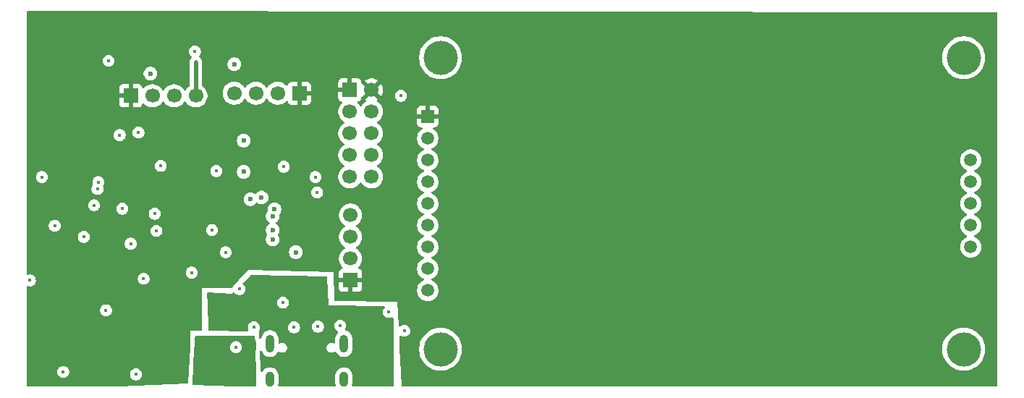
<source format=gbr>
%TF.GenerationSoftware,KiCad,Pcbnew,9.0.4*%
%TF.CreationDate,2025-11-14T09:23:00+05:30*%
%TF.ProjectId,stm32f446re,73746d33-3266-4343-9436-72652e6b6963,rev?*%
%TF.SameCoordinates,Original*%
%TF.FileFunction,Copper,L3,Inr*%
%TF.FilePolarity,Positive*%
%FSLAX46Y46*%
G04 Gerber Fmt 4.6, Leading zero omitted, Abs format (unit mm)*
G04 Created by KiCad (PCBNEW 9.0.4) date 2025-11-14 09:23:00*
%MOMM*%
%LPD*%
G01*
G04 APERTURE LIST*
%TA.AperFunction,ComponentPad*%
%ADD10R,1.700000X1.700000*%
%TD*%
%TA.AperFunction,ComponentPad*%
%ADD11C,1.700000*%
%TD*%
%TA.AperFunction,HeatsinkPad*%
%ADD12O,1.000000X2.100000*%
%TD*%
%TA.AperFunction,HeatsinkPad*%
%ADD13O,1.000000X1.800000*%
%TD*%
%TA.AperFunction,ComponentPad*%
%ADD14C,4.000000*%
%TD*%
%TA.AperFunction,ComponentPad*%
%ADD15R,1.500000X1.500000*%
%TD*%
%TA.AperFunction,ComponentPad*%
%ADD16C,1.500000*%
%TD*%
%TA.AperFunction,ViaPad*%
%ADD17C,0.400000*%
%TD*%
%TA.AperFunction,ViaPad*%
%ADD18C,0.600000*%
%TD*%
%TA.AperFunction,Conductor*%
%ADD19C,0.500000*%
%TD*%
G04 APERTURE END LIST*
D10*
%TO.N,+3.3V*%
%TO.C,J3*%
X77990000Y-54400000D03*
D11*
%TO.N,/I2C1_SDA*%
X80530000Y-54400000D03*
%TO.N,/I2C1_SCL*%
X83070000Y-54400000D03*
%TO.N,GND*%
X85610000Y-54400000D03*
%TD*%
D10*
%TO.N,+3.3V*%
%TO.C,J5*%
X103700000Y-75980000D03*
D11*
%TO.N,/USART6_TX*%
X103700000Y-73440000D03*
%TO.N,/USART6_RX*%
X103700000Y-70900000D03*
%TO.N,GND*%
X103700000Y-68360000D03*
%TD*%
D10*
%TO.N,+3.3V*%
%TO.C,J4*%
X103625000Y-53720000D03*
D11*
X106165000Y-53720000D03*
%TO.N,/SPI3_CS1*%
X103625000Y-56260000D03*
%TO.N,/SPI3_MOSI*%
X106165000Y-56260000D03*
%TO.N,unconnected-(J4-Pin_5-Pad5)*%
X103625000Y-58800000D03*
%TO.N,/SPI3_MISO*%
X106165000Y-58800000D03*
%TO.N,unconnected-(J4-Pin_7-Pad7)*%
X103625000Y-61340000D03*
%TO.N,/SPI3_CLK*%
X106165000Y-61340000D03*
%TO.N,GND*%
X103625000Y-63880000D03*
X106165000Y-63880000D03*
%TD*%
D12*
%TO.N,unconnected-(J1-SHIELD-PadS1)*%
%TO.C,J1*%
X94280000Y-83385000D03*
D13*
%TO.N,unconnected-(J1-SHIELD-PadS1)_3*%
X94280000Y-87565000D03*
D12*
%TO.N,unconnected-(J1-SHIELD-PadS1)_1*%
X102920000Y-83385000D03*
D13*
%TO.N,unconnected-(J1-SHIELD-PadS1)_2*%
X102920000Y-87565000D03*
%TD*%
D14*
%TO.N,*%
%TO.C,U5*%
X114242500Y-49950000D03*
X114242500Y-84050000D03*
X175442500Y-49950000D03*
X175442500Y-84050000D03*
D15*
%TO.N,+3.3V*%
X112742500Y-56840000D03*
D16*
%TO.N,GND*%
X112742500Y-59380000D03*
%TO.N,/SPI3_CS2*%
X112742500Y-61920000D03*
%TO.N,/LCD_RESET*%
X112742500Y-64460000D03*
%TO.N,/LCD_DC*%
X112742500Y-67000000D03*
%TO.N,/SPI3_MOSI*%
X112742500Y-69540000D03*
%TO.N,/SPI3_CLK*%
X112742500Y-72080000D03*
%TO.N,/TIM1_CH1*%
X112742500Y-74620000D03*
%TO.N,/SPI3_MISO*%
X112742500Y-77160000D03*
%TO.N,unconnected-(U5-SD_CS-Pad10)*%
X176262500Y-61920000D03*
%TO.N,unconnected-(U5-SD_MOSI-Pad11)*%
X176262500Y-64460000D03*
%TO.N,unconnected-(U5-SD_MISO-Pad12)*%
X176262500Y-67000000D03*
%TO.N,unconnected-(U5-SD_SCK-Pad13)*%
X176262500Y-69540000D03*
%TO.N,unconnected-(U5-FLASH_CD-Pad14)*%
X176262500Y-72080000D03*
%TD*%
D10*
%TO.N,+3.3V*%
%TO.C,J2*%
X97720000Y-54100000D03*
D11*
%TO.N,/SWDIO*%
X95180000Y-54100000D03*
%TO.N,/SWCLK*%
X92640000Y-54100000D03*
%TO.N,GND*%
X90100000Y-54100000D03*
%TD*%
D17*
%TO.N,GND*%
X92400000Y-81500000D03*
X78900000Y-58700000D03*
X76700000Y-59000000D03*
X81500000Y-62600000D03*
X74100000Y-65300000D03*
X95800000Y-78600000D03*
X110000000Y-81900000D03*
X81000000Y-70200000D03*
X85600000Y-50700000D03*
X85500000Y-49200000D03*
X66200000Y-76000000D03*
X67600000Y-63900000D03*
X79500000Y-75800000D03*
X80800000Y-68200000D03*
X78600000Y-87000000D03*
X99600000Y-63900000D03*
X74200000Y-64500000D03*
X75100000Y-79500000D03*
X70100000Y-86700000D03*
X87500000Y-70100000D03*
X90700000Y-77000000D03*
X95900000Y-62700000D03*
X89100000Y-72700000D03*
X99800000Y-65700000D03*
X90300000Y-83800000D03*
X109600000Y-54400000D03*
X75400000Y-50300000D03*
X72500000Y-70900000D03*
X77000000Y-67600000D03*
D18*
X90100000Y-50700000D03*
D17*
X73700000Y-67200000D03*
X102500000Y-81300000D03*
X88000000Y-63200000D03*
X69100000Y-69600000D03*
X85120000Y-75090000D03*
X78000000Y-71700000D03*
%TO.N,+3.3V*%
X109900000Y-51000000D03*
X74500000Y-62100000D03*
X81600000Y-75900000D03*
X110600000Y-54400000D03*
X73000000Y-54500000D03*
X69000000Y-72300000D03*
X84000000Y-78400000D03*
X75400000Y-49300000D03*
X108200000Y-79700000D03*
X96200000Y-61600000D03*
X78100000Y-57000000D03*
X76300000Y-75300000D03*
X73000000Y-79600000D03*
X85600000Y-58100000D03*
X78900000Y-59500000D03*
X80500000Y-62600000D03*
X75000000Y-81300000D03*
X88120000Y-74500000D03*
X97700000Y-50900000D03*
X73800000Y-75200000D03*
%TO.N,VBUS*%
X89200000Y-83700000D03*
X88200000Y-83700000D03*
%TO.N,+5V*%
X94100000Y-78700000D03*
X87700000Y-78400000D03*
X100800000Y-81000000D03*
%TO.N,Net-(F1-Pad2)*%
X99900000Y-81400000D03*
X97100000Y-81500000D03*
D18*
%TO.N,/SWDIO*%
X91200000Y-63300000D03*
%TO.N,/SWCLK*%
X91200000Y-59650000D03*
%TO.N,/I2C1_SCL*%
X80300000Y-51800000D03*
%TO.N,/SPI3_CS1*%
X93300000Y-66300000D03*
%TO.N,/USART6_RX*%
X94800000Y-67700000D03*
%TO.N,/USART6_TX*%
X94600000Y-68500000D03*
%TO.N,/TIM1_CH1*%
X97300000Y-72700000D03*
%TO.N,/LCD_DC*%
X94600000Y-71200000D03*
%TO.N,/LCD_RESET*%
X94600000Y-70100000D03*
%TO.N,/SPI3_CS2*%
X91990380Y-66500000D03*
%TD*%
D19*
%TO.N,GND*%
X85610000Y-50510000D02*
X85600000Y-50500000D01*
X85610000Y-54400000D02*
X85610000Y-50510000D01*
%TD*%
%TA.AperFunction,Conductor*%
%TO.N,VBUS*%
G36*
X92464074Y-82519685D02*
G01*
X92509829Y-82572489D01*
X92520918Y-82618613D01*
X92526852Y-82755085D01*
X92529738Y-82791344D01*
X92531794Y-82809076D01*
X92537278Y-82845014D01*
X92566097Y-82929101D01*
X92583928Y-82981125D01*
X92615757Y-83043323D01*
X92677223Y-83130192D01*
X92699877Y-83196286D01*
X92700000Y-83201814D01*
X92700000Y-83944847D01*
X92684590Y-84001879D01*
X92684778Y-84001956D01*
X92684152Y-84003500D01*
X92683127Y-84007295D01*
X92681447Y-84010176D01*
X92627420Y-84143519D01*
X92627416Y-84143531D01*
X92610664Y-84211353D01*
X92610146Y-84215614D01*
X92610053Y-84217488D01*
X92596393Y-84354529D01*
X92694050Y-86600629D01*
X92699386Y-86654067D01*
X92700000Y-86666388D01*
X92700000Y-88275500D01*
X92680315Y-88342539D01*
X92627511Y-88388294D01*
X92576000Y-88399500D01*
X90189981Y-88399500D01*
X90185025Y-88399401D01*
X85325472Y-88205018D01*
X85259273Y-88182670D01*
X85215665Y-88128079D01*
X85206599Y-88074604D01*
X85420825Y-84004322D01*
X85427948Y-83868995D01*
X89599499Y-83868995D01*
X89626418Y-84004322D01*
X89626421Y-84004332D01*
X89679221Y-84131804D01*
X89679228Y-84131817D01*
X89755885Y-84246541D01*
X89755888Y-84246545D01*
X89853454Y-84344111D01*
X89853458Y-84344114D01*
X89968182Y-84420771D01*
X89968195Y-84420778D01*
X90095667Y-84473578D01*
X90095672Y-84473580D01*
X90095676Y-84473580D01*
X90095677Y-84473581D01*
X90231004Y-84500500D01*
X90231007Y-84500500D01*
X90368995Y-84500500D01*
X90460041Y-84482389D01*
X90504328Y-84473580D01*
X90631811Y-84420775D01*
X90746542Y-84344114D01*
X90844114Y-84246542D01*
X90920775Y-84131811D01*
X90973580Y-84004328D01*
X90996160Y-83890813D01*
X91000500Y-83868995D01*
X91000500Y-83731004D01*
X90973581Y-83595677D01*
X90973580Y-83595676D01*
X90973580Y-83595672D01*
X90928824Y-83487620D01*
X90920778Y-83468195D01*
X90920771Y-83468182D01*
X90844114Y-83353458D01*
X90844111Y-83353454D01*
X90746545Y-83255888D01*
X90746541Y-83255885D01*
X90631817Y-83179228D01*
X90631804Y-83179221D01*
X90504332Y-83126421D01*
X90504322Y-83126418D01*
X90368995Y-83099500D01*
X90368993Y-83099500D01*
X90231007Y-83099500D01*
X90231005Y-83099500D01*
X90095677Y-83126418D01*
X90095667Y-83126421D01*
X89968195Y-83179221D01*
X89968182Y-83179228D01*
X89853458Y-83255885D01*
X89853454Y-83255888D01*
X89755888Y-83353454D01*
X89755885Y-83353458D01*
X89679228Y-83468182D01*
X89679221Y-83468195D01*
X89626421Y-83595667D01*
X89626418Y-83595677D01*
X89599500Y-83731004D01*
X89599500Y-83731007D01*
X89599500Y-83868993D01*
X89599500Y-83868995D01*
X89599499Y-83868995D01*
X85427948Y-83868995D01*
X85435874Y-83718398D01*
X85493817Y-82617483D01*
X85516998Y-82551570D01*
X85572134Y-82508654D01*
X85617646Y-82500000D01*
X92397035Y-82500000D01*
X92464074Y-82519685D01*
G37*
%TD.AperFunction*%
%TD*%
%TA.AperFunction,Conductor*%
%TO.N,+5V*%
G36*
X100880932Y-75498677D02*
G01*
X100947748Y-75519105D01*
X100992914Y-75572414D01*
X101003500Y-75619024D01*
X101099999Y-78899999D01*
X101100000Y-78900000D01*
X107625757Y-78985865D01*
X107692532Y-79006430D01*
X107737588Y-79059831D01*
X107746621Y-79129114D01*
X107716762Y-79192283D01*
X107711808Y-79197535D01*
X107655885Y-79253458D01*
X107579228Y-79368182D01*
X107579221Y-79368195D01*
X107526421Y-79495667D01*
X107526418Y-79495677D01*
X107499500Y-79631004D01*
X107499500Y-79631007D01*
X107499500Y-79768993D01*
X107499500Y-79768995D01*
X107499499Y-79768995D01*
X107526418Y-79904322D01*
X107526421Y-79904332D01*
X107579221Y-80031804D01*
X107579228Y-80031817D01*
X107655885Y-80146541D01*
X107655888Y-80146545D01*
X107753454Y-80244111D01*
X107753458Y-80244114D01*
X107868182Y-80320771D01*
X107868195Y-80320778D01*
X107995667Y-80373578D01*
X107995672Y-80373580D01*
X107995676Y-80373580D01*
X107995677Y-80373581D01*
X108131004Y-80400500D01*
X108131007Y-80400500D01*
X108268995Y-80400500D01*
X108360041Y-80382389D01*
X108404328Y-80373580D01*
X108531811Y-80320775D01*
X108531825Y-80320765D01*
X108532578Y-80320364D01*
X108533033Y-80320269D01*
X108537440Y-80318444D01*
X108537785Y-80319279D01*
X108600980Y-80306116D01*
X108666226Y-80331110D01*
X108707602Y-80387411D01*
X108715035Y-80428412D01*
X108797623Y-88274195D01*
X108778645Y-88341438D01*
X108726326Y-88387746D01*
X108673630Y-88399500D01*
X104004768Y-88399500D01*
X103937729Y-88379815D01*
X103891974Y-88327011D01*
X103882030Y-88257853D01*
X103883151Y-88251309D01*
X103920499Y-88063545D01*
X103920500Y-88063543D01*
X103920500Y-87066456D01*
X103882052Y-86873170D01*
X103882051Y-86873169D01*
X103882051Y-86873165D01*
X103882049Y-86873160D01*
X103806635Y-86691092D01*
X103806628Y-86691079D01*
X103697139Y-86527218D01*
X103697136Y-86527214D01*
X103557785Y-86387863D01*
X103557781Y-86387860D01*
X103393920Y-86278371D01*
X103393907Y-86278364D01*
X103211839Y-86202950D01*
X103211829Y-86202947D01*
X103018543Y-86164500D01*
X103018541Y-86164500D01*
X102821459Y-86164500D01*
X102821457Y-86164500D01*
X102628170Y-86202947D01*
X102628160Y-86202950D01*
X102446092Y-86278364D01*
X102446079Y-86278371D01*
X102282218Y-86387860D01*
X102282214Y-86387863D01*
X102142863Y-86527214D01*
X102142860Y-86527218D01*
X102033371Y-86691079D01*
X102033364Y-86691092D01*
X101957950Y-86873160D01*
X101957947Y-86873170D01*
X101919500Y-87066456D01*
X101919500Y-88063545D01*
X101956849Y-88251309D01*
X101950622Y-88320900D01*
X101907759Y-88376078D01*
X101841869Y-88399322D01*
X101835232Y-88399500D01*
X95364768Y-88399500D01*
X95297729Y-88379815D01*
X95251974Y-88327011D01*
X95242030Y-88257853D01*
X95243151Y-88251309D01*
X95280499Y-88063545D01*
X95280500Y-88063543D01*
X95280500Y-87066456D01*
X95242052Y-86873170D01*
X95242051Y-86873169D01*
X95242051Y-86873165D01*
X95242049Y-86873160D01*
X95166635Y-86691092D01*
X95166628Y-86691079D01*
X95057139Y-86527218D01*
X95057136Y-86527214D01*
X94917785Y-86387863D01*
X94917781Y-86387860D01*
X94753920Y-86278371D01*
X94753907Y-86278364D01*
X94571839Y-86202950D01*
X94571829Y-86202947D01*
X94378543Y-86164500D01*
X94378541Y-86164500D01*
X94181459Y-86164500D01*
X94181457Y-86164500D01*
X93988170Y-86202947D01*
X93988160Y-86202950D01*
X93806092Y-86278364D01*
X93806079Y-86278371D01*
X93642218Y-86387860D01*
X93642214Y-86387863D01*
X93502863Y-86527214D01*
X93502860Y-86527218D01*
X93426057Y-86642162D01*
X93372445Y-86686967D01*
X93303120Y-86695674D01*
X93240092Y-86665519D01*
X93203373Y-86606076D01*
X93199072Y-86578657D01*
X93190777Y-86387863D01*
X93101416Y-84332572D01*
X93118170Y-84264742D01*
X93168937Y-84216737D01*
X93237598Y-84203798D01*
X93302354Y-84230035D01*
X93339860Y-84279734D01*
X93393366Y-84408911D01*
X93393371Y-84408920D01*
X93502860Y-84572781D01*
X93502863Y-84572785D01*
X93642214Y-84712136D01*
X93642218Y-84712139D01*
X93806079Y-84821628D01*
X93806092Y-84821635D01*
X93988160Y-84897049D01*
X93988165Y-84897051D01*
X93988169Y-84897051D01*
X93988170Y-84897052D01*
X94181456Y-84935500D01*
X94181459Y-84935500D01*
X94378543Y-84935500D01*
X94508582Y-84909632D01*
X94571835Y-84897051D01*
X94753914Y-84821632D01*
X94917782Y-84712139D01*
X95057139Y-84572782D01*
X95166632Y-84408914D01*
X95170540Y-84399478D01*
X95214376Y-84345074D01*
X95280669Y-84323004D01*
X95348369Y-84340279D01*
X95353028Y-84343432D01*
X95356633Y-84345513D01*
X95356635Y-84345515D01*
X95405245Y-84373580D01*
X95486988Y-84420775D01*
X95487865Y-84421281D01*
X95634234Y-84460500D01*
X95634236Y-84460500D01*
X95785764Y-84460500D01*
X95785766Y-84460500D01*
X95932135Y-84421281D01*
X96063365Y-84345515D01*
X96170515Y-84238365D01*
X96246281Y-84107135D01*
X96285500Y-83960766D01*
X96285500Y-83809234D01*
X100914500Y-83809234D01*
X100914500Y-83960765D01*
X100953719Y-84107136D01*
X100976471Y-84146542D01*
X101029485Y-84238365D01*
X101136635Y-84345515D01*
X101246433Y-84408907D01*
X101266988Y-84420775D01*
X101267865Y-84421281D01*
X101414234Y-84460500D01*
X101414236Y-84460500D01*
X101565764Y-84460500D01*
X101565766Y-84460500D01*
X101712135Y-84421281D01*
X101843365Y-84345515D01*
X101843366Y-84345513D01*
X101850403Y-84341451D01*
X101851749Y-84343783D01*
X101904553Y-84323357D01*
X101973001Y-84337381D01*
X102023001Y-84386185D01*
X102029458Y-84399474D01*
X102033367Y-84408913D01*
X102033371Y-84408920D01*
X102142860Y-84572781D01*
X102142863Y-84572785D01*
X102282214Y-84712136D01*
X102282218Y-84712139D01*
X102446079Y-84821628D01*
X102446092Y-84821635D01*
X102628160Y-84897049D01*
X102628165Y-84897051D01*
X102628169Y-84897051D01*
X102628170Y-84897052D01*
X102821456Y-84935500D01*
X102821459Y-84935500D01*
X103018543Y-84935500D01*
X103148582Y-84909632D01*
X103211835Y-84897051D01*
X103393914Y-84821632D01*
X103557782Y-84712139D01*
X103697139Y-84572782D01*
X103806632Y-84408914D01*
X103882051Y-84226835D01*
X103894632Y-84163582D01*
X103920500Y-84033543D01*
X103920500Y-82736456D01*
X103882052Y-82543170D01*
X103882051Y-82543169D01*
X103882051Y-82543165D01*
X103882049Y-82543160D01*
X103806635Y-82361092D01*
X103806628Y-82361079D01*
X103697139Y-82197218D01*
X103697136Y-82197214D01*
X103557785Y-82057863D01*
X103557781Y-82057860D01*
X103393920Y-81948371D01*
X103393907Y-81948364D01*
X103211839Y-81872950D01*
X103211830Y-81872947D01*
X103171248Y-81864875D01*
X103109338Y-81832489D01*
X103074764Y-81771773D01*
X103078505Y-81702004D01*
X103092336Y-81674372D01*
X103120775Y-81631811D01*
X103173580Y-81504328D01*
X103200500Y-81368993D01*
X103200500Y-81231007D01*
X103200500Y-81231004D01*
X103173581Y-81095677D01*
X103173580Y-81095676D01*
X103173580Y-81095672D01*
X103162193Y-81068182D01*
X103120778Y-80968195D01*
X103120771Y-80968182D01*
X103044114Y-80853458D01*
X103044111Y-80853454D01*
X102946545Y-80755888D01*
X102946541Y-80755885D01*
X102831817Y-80679228D01*
X102831804Y-80679221D01*
X102704332Y-80626421D01*
X102704322Y-80626418D01*
X102568995Y-80599500D01*
X102568993Y-80599500D01*
X102431007Y-80599500D01*
X102431005Y-80599500D01*
X102295677Y-80626418D01*
X102295667Y-80626421D01*
X102168195Y-80679221D01*
X102168182Y-80679228D01*
X102053458Y-80755885D01*
X102053454Y-80755888D01*
X101955888Y-80853454D01*
X101955885Y-80853458D01*
X101879228Y-80968182D01*
X101879221Y-80968195D01*
X101826421Y-81095667D01*
X101826418Y-81095677D01*
X101799500Y-81231004D01*
X101799500Y-81231007D01*
X101799500Y-81368993D01*
X101799500Y-81368995D01*
X101799499Y-81368995D01*
X101826418Y-81504322D01*
X101826421Y-81504332D01*
X101879221Y-81631804D01*
X101879228Y-81631817D01*
X101955885Y-81746541D01*
X101955888Y-81746545D01*
X102053454Y-81844111D01*
X102053458Y-81844114D01*
X102168182Y-81920771D01*
X102168187Y-81920774D01*
X102168188Y-81920774D01*
X102168189Y-81920775D01*
X102174295Y-81923304D01*
X102228700Y-81967141D01*
X102250769Y-82033433D01*
X102233494Y-82101134D01*
X102214530Y-82125548D01*
X102142860Y-82197218D01*
X102033371Y-82361079D01*
X102033364Y-82361092D01*
X101957950Y-82543160D01*
X101957947Y-82543170D01*
X101919500Y-82736456D01*
X101919500Y-83253666D01*
X101899815Y-83320705D01*
X101847011Y-83366460D01*
X101777853Y-83376404D01*
X101733501Y-83361054D01*
X101712137Y-83348719D01*
X101606670Y-83320460D01*
X101565766Y-83309500D01*
X101414234Y-83309500D01*
X101267863Y-83348719D01*
X101136635Y-83424485D01*
X101136632Y-83424487D01*
X101029487Y-83531632D01*
X101029485Y-83531635D01*
X100953719Y-83662863D01*
X100914500Y-83809234D01*
X96285500Y-83809234D01*
X96246281Y-83662865D01*
X96170515Y-83531635D01*
X96063365Y-83424485D01*
X95965858Y-83368189D01*
X95932136Y-83348719D01*
X95827584Y-83320705D01*
X95785766Y-83309500D01*
X95634234Y-83309500D01*
X95487862Y-83348719D01*
X95466499Y-83361054D01*
X95398598Y-83377525D01*
X95332572Y-83354673D01*
X95289382Y-83299751D01*
X95280500Y-83253666D01*
X95280500Y-82736456D01*
X95242052Y-82543170D01*
X95242051Y-82543169D01*
X95242051Y-82543165D01*
X95242049Y-82543160D01*
X95166635Y-82361092D01*
X95166628Y-82361079D01*
X95057139Y-82197218D01*
X95057136Y-82197214D01*
X94917785Y-82057863D01*
X94917781Y-82057860D01*
X94753920Y-81948371D01*
X94753907Y-81948364D01*
X94571839Y-81872950D01*
X94571829Y-81872947D01*
X94378543Y-81834500D01*
X94378541Y-81834500D01*
X94181459Y-81834500D01*
X94181457Y-81834500D01*
X93988170Y-81872947D01*
X93988160Y-81872950D01*
X93806092Y-81948364D01*
X93806079Y-81948371D01*
X93642218Y-82057860D01*
X93642214Y-82057863D01*
X93502863Y-82197214D01*
X93502860Y-82197218D01*
X93393371Y-82361079D01*
X93393364Y-82361092D01*
X93317950Y-82543160D01*
X93317947Y-82543170D01*
X93279498Y-82736463D01*
X93279160Y-82739900D01*
X93278480Y-82741583D01*
X93278311Y-82742434D01*
X93278149Y-82742401D01*
X93252997Y-82804687D01*
X93195962Y-82845044D01*
X93126161Y-82848158D01*
X93065758Y-82813041D01*
X93033929Y-82750843D01*
X93031875Y-82733128D01*
X93023616Y-82543170D01*
X93000000Y-82000000D01*
X92999999Y-81999999D01*
X92999305Y-81984026D01*
X92984106Y-81957048D01*
X92988165Y-81887296D01*
X93001809Y-81860194D01*
X93020775Y-81831811D01*
X93073580Y-81704328D01*
X93082389Y-81660041D01*
X93100500Y-81568995D01*
X96399499Y-81568995D01*
X96426418Y-81704322D01*
X96426421Y-81704332D01*
X96479221Y-81831804D01*
X96479228Y-81831817D01*
X96555885Y-81946541D01*
X96555888Y-81946545D01*
X96653454Y-82044111D01*
X96653458Y-82044114D01*
X96768182Y-82120771D01*
X96768195Y-82120778D01*
X96895667Y-82173578D01*
X96895672Y-82173580D01*
X96895676Y-82173580D01*
X96895677Y-82173581D01*
X97031004Y-82200500D01*
X97031007Y-82200500D01*
X97168995Y-82200500D01*
X97260041Y-82182389D01*
X97304328Y-82173580D01*
X97431811Y-82120775D01*
X97546542Y-82044114D01*
X97644114Y-81946542D01*
X97720775Y-81831811D01*
X97773580Y-81704328D01*
X97782389Y-81660041D01*
X97800500Y-81568995D01*
X97800500Y-81468995D01*
X99199499Y-81468995D01*
X99226418Y-81604322D01*
X99226421Y-81604332D01*
X99279221Y-81731804D01*
X99279228Y-81731817D01*
X99355885Y-81846541D01*
X99355888Y-81846545D01*
X99453454Y-81944111D01*
X99453458Y-81944114D01*
X99568182Y-82020771D01*
X99568195Y-82020778D01*
X99695667Y-82073578D01*
X99695672Y-82073580D01*
X99695676Y-82073580D01*
X99695677Y-82073581D01*
X99831004Y-82100500D01*
X99831007Y-82100500D01*
X99968995Y-82100500D01*
X100060041Y-82082389D01*
X100104328Y-82073580D01*
X100231811Y-82020775D01*
X100346542Y-81944114D01*
X100444114Y-81846542D01*
X100520775Y-81731811D01*
X100573580Y-81604328D01*
X100593471Y-81504332D01*
X100600500Y-81468995D01*
X100600500Y-81331004D01*
X100573581Y-81195677D01*
X100573580Y-81195676D01*
X100573580Y-81195672D01*
X100532157Y-81095667D01*
X100520778Y-81068195D01*
X100520771Y-81068182D01*
X100444114Y-80953458D01*
X100444111Y-80953454D01*
X100346545Y-80855888D01*
X100346541Y-80855885D01*
X100231817Y-80779228D01*
X100231804Y-80779221D01*
X100104332Y-80726421D01*
X100104322Y-80726418D01*
X99968995Y-80699500D01*
X99968993Y-80699500D01*
X99831007Y-80699500D01*
X99831005Y-80699500D01*
X99695677Y-80726418D01*
X99695667Y-80726421D01*
X99568195Y-80779221D01*
X99568182Y-80779228D01*
X99453458Y-80855885D01*
X99453454Y-80855888D01*
X99355888Y-80953454D01*
X99355885Y-80953458D01*
X99279228Y-81068182D01*
X99279221Y-81068195D01*
X99226421Y-81195667D01*
X99226418Y-81195677D01*
X99199500Y-81331004D01*
X99199500Y-81331007D01*
X99199500Y-81468993D01*
X99199500Y-81468995D01*
X99199499Y-81468995D01*
X97800500Y-81468995D01*
X97800500Y-81431004D01*
X97784209Y-81349107D01*
X97784209Y-81349106D01*
X97773581Y-81295679D01*
X97773581Y-81295677D01*
X97773580Y-81295672D01*
X97732157Y-81195667D01*
X97720778Y-81168195D01*
X97720771Y-81168182D01*
X97644114Y-81053458D01*
X97644111Y-81053454D01*
X97546545Y-80955888D01*
X97546541Y-80955885D01*
X97431817Y-80879228D01*
X97431804Y-80879221D01*
X97304332Y-80826421D01*
X97304322Y-80826418D01*
X97168995Y-80799500D01*
X97168993Y-80799500D01*
X97031007Y-80799500D01*
X97031005Y-80799500D01*
X96895677Y-80826418D01*
X96895667Y-80826421D01*
X96768195Y-80879221D01*
X96768182Y-80879228D01*
X96653458Y-80955885D01*
X96653454Y-80955888D01*
X96555888Y-81053454D01*
X96555885Y-81053458D01*
X96479228Y-81168182D01*
X96479221Y-81168195D01*
X96426421Y-81295667D01*
X96426418Y-81295677D01*
X96399500Y-81431004D01*
X96399500Y-81431007D01*
X96399500Y-81568993D01*
X96399500Y-81568995D01*
X96399499Y-81568995D01*
X93100500Y-81568995D01*
X93100500Y-81431004D01*
X93073581Y-81295677D01*
X93073580Y-81295676D01*
X93073580Y-81295672D01*
X93032157Y-81195667D01*
X93020778Y-81168195D01*
X93020771Y-81168182D01*
X92944114Y-81053458D01*
X92944111Y-81053454D01*
X92846545Y-80955888D01*
X92846541Y-80955885D01*
X92731817Y-80879228D01*
X92731804Y-80879221D01*
X92604332Y-80826421D01*
X92604322Y-80826418D01*
X92468995Y-80799500D01*
X92468993Y-80799500D01*
X92331007Y-80799500D01*
X92331005Y-80799500D01*
X92195677Y-80826418D01*
X92195667Y-80826421D01*
X92068195Y-80879221D01*
X92068182Y-80879228D01*
X91953458Y-80955885D01*
X91953454Y-80955888D01*
X91855888Y-81053454D01*
X91855885Y-81053458D01*
X91779228Y-81168182D01*
X91779221Y-81168195D01*
X91726421Y-81295667D01*
X91726418Y-81295677D01*
X91699500Y-81431004D01*
X91699500Y-81431007D01*
X91699500Y-81568993D01*
X91699500Y-81568995D01*
X91699499Y-81568995D01*
X91726418Y-81704322D01*
X91726421Y-81704332D01*
X91768414Y-81805713D01*
X91775883Y-81875182D01*
X91744607Y-81937661D01*
X91684518Y-81973313D01*
X91651752Y-81977147D01*
X87216599Y-81901976D01*
X87149902Y-81881158D01*
X87105049Y-81827587D01*
X87094822Y-81783500D01*
X87093179Y-81746541D01*
X86956399Y-78668995D01*
X95099499Y-78668995D01*
X95126418Y-78804322D01*
X95126421Y-78804332D01*
X95179221Y-78931804D01*
X95179228Y-78931817D01*
X95255885Y-79046541D01*
X95255888Y-79046545D01*
X95353454Y-79144111D01*
X95353458Y-79144114D01*
X95468182Y-79220771D01*
X95468195Y-79220778D01*
X95595667Y-79273578D01*
X95595672Y-79273580D01*
X95595676Y-79273580D01*
X95595677Y-79273581D01*
X95731004Y-79300500D01*
X95731007Y-79300500D01*
X95868995Y-79300500D01*
X95960041Y-79282389D01*
X96004328Y-79273580D01*
X96131811Y-79220775D01*
X96246542Y-79144114D01*
X96344114Y-79046542D01*
X96420775Y-78931811D01*
X96473580Y-78804328D01*
X96500500Y-78668993D01*
X96500500Y-78531007D01*
X96500500Y-78531004D01*
X96473581Y-78395677D01*
X96473580Y-78395676D01*
X96473580Y-78395672D01*
X96473578Y-78395667D01*
X96420778Y-78268195D01*
X96420771Y-78268182D01*
X96344114Y-78153458D01*
X96344111Y-78153454D01*
X96246545Y-78055888D01*
X96246541Y-78055885D01*
X96131817Y-77979228D01*
X96131804Y-77979221D01*
X96004332Y-77926421D01*
X96004322Y-77926418D01*
X95868995Y-77899500D01*
X95868993Y-77899500D01*
X95731007Y-77899500D01*
X95731005Y-77899500D01*
X95595677Y-77926418D01*
X95595667Y-77926421D01*
X95468195Y-77979221D01*
X95468182Y-77979228D01*
X95353458Y-78055885D01*
X95353454Y-78055888D01*
X95255888Y-78153454D01*
X95255885Y-78153458D01*
X95179228Y-78268182D01*
X95179221Y-78268195D01*
X95126421Y-78395667D01*
X95126418Y-78395677D01*
X95099500Y-78531004D01*
X95099500Y-78531007D01*
X95099500Y-78668993D01*
X95099500Y-78668995D01*
X95099499Y-78668995D01*
X86956399Y-78668995D01*
X86906167Y-77538766D01*
X86922856Y-77470920D01*
X86973576Y-77422866D01*
X87038572Y-77409556D01*
X89800000Y-77600000D01*
X89967967Y-77432032D01*
X90029286Y-77398550D01*
X90098978Y-77403534D01*
X90151125Y-77442570D01*
X90152022Y-77441834D01*
X90155888Y-77446545D01*
X90253454Y-77544111D01*
X90253458Y-77544114D01*
X90368182Y-77620771D01*
X90368195Y-77620778D01*
X90495667Y-77673578D01*
X90495672Y-77673580D01*
X90495676Y-77673580D01*
X90495677Y-77673581D01*
X90631004Y-77700500D01*
X90631007Y-77700500D01*
X90768995Y-77700500D01*
X90860041Y-77682389D01*
X90904328Y-77673580D01*
X91031811Y-77620775D01*
X91146542Y-77544114D01*
X91244114Y-77446542D01*
X91320775Y-77331811D01*
X91321319Y-77330499D01*
X91332740Y-77302924D01*
X91373580Y-77204328D01*
X91400500Y-77068993D01*
X91400500Y-76931007D01*
X91400500Y-76931004D01*
X91373581Y-76795677D01*
X91373580Y-76795676D01*
X91373580Y-76795672D01*
X91373578Y-76795667D01*
X91320778Y-76668195D01*
X91320771Y-76668182D01*
X91244114Y-76553458D01*
X91244111Y-76553454D01*
X91146545Y-76455888D01*
X91141834Y-76452022D01*
X91143506Y-76449984D01*
X91106027Y-76405153D01*
X91097308Y-76335830D01*
X91127453Y-76272798D01*
X91131997Y-76268002D01*
X91963111Y-75436888D01*
X92024432Y-75403405D01*
X92052162Y-75400579D01*
X100880932Y-75498677D01*
G37*
%TD.AperFunction*%
%TD*%
%TA.AperFunction,Conductor*%
%TO.N,+3.3V*%
G36*
X105699075Y-53912993D02*
G01*
X105764901Y-54027007D01*
X105857993Y-54120099D01*
X105972007Y-54185925D01*
X106035590Y-54202962D01*
X105403282Y-54835269D01*
X105403282Y-54835270D01*
X105457452Y-54874626D01*
X105457451Y-54874626D01*
X105466495Y-54879234D01*
X105517292Y-54927208D01*
X105534087Y-54995029D01*
X105511550Y-55061164D01*
X105466499Y-55100202D01*
X105457182Y-55104949D01*
X105285213Y-55229890D01*
X105134890Y-55380213D01*
X105009949Y-55552182D01*
X105005484Y-55560946D01*
X104957509Y-55611742D01*
X104889688Y-55628536D01*
X104823553Y-55605998D01*
X104784516Y-55560946D01*
X104780050Y-55552182D01*
X104655109Y-55380213D01*
X104541181Y-55266285D01*
X104507696Y-55204962D01*
X104512680Y-55135270D01*
X104554552Y-55079337D01*
X104585529Y-55062422D01*
X104717086Y-55013354D01*
X104717093Y-55013350D01*
X104832187Y-54927190D01*
X104832190Y-54927187D01*
X104918350Y-54812093D01*
X104918354Y-54812086D01*
X104968598Y-54677375D01*
X104977501Y-54594556D01*
X104980550Y-54594883D01*
X104979642Y-54577984D01*
X105012642Y-54518802D01*
X105682037Y-53849408D01*
X105699075Y-53912993D01*
G37*
%TD.AperFunction*%
%TA.AperFunction,Conductor*%
G36*
X179275611Y-44599954D02*
G01*
X179342630Y-44619697D01*
X179388339Y-44672541D01*
X179399500Y-44723954D01*
X179399500Y-88275500D01*
X179379815Y-88342539D01*
X179327011Y-88388294D01*
X179275500Y-88399500D01*
X109812930Y-88399500D01*
X109745891Y-88379815D01*
X109700136Y-88327011D01*
X109689085Y-88281692D01*
X109538072Y-85261442D01*
X109470478Y-83909568D01*
X111742000Y-83909568D01*
X111742000Y-84190431D01*
X111773442Y-84469494D01*
X111773445Y-84469512D01*
X111835939Y-84743317D01*
X111835943Y-84743329D01*
X111928700Y-85008411D01*
X112050553Y-85261442D01*
X112050555Y-85261445D01*
X112199977Y-85499248D01*
X112375084Y-85718825D01*
X112573675Y-85917416D01*
X112793252Y-86092523D01*
X113031055Y-86241945D01*
X113284092Y-86363801D01*
X113483180Y-86433465D01*
X113549170Y-86456556D01*
X113549182Y-86456560D01*
X113822991Y-86519055D01*
X113822997Y-86519055D01*
X113823005Y-86519057D01*
X114009047Y-86540018D01*
X114102069Y-86550499D01*
X114102072Y-86550500D01*
X114102075Y-86550500D01*
X114382928Y-86550500D01*
X114382929Y-86550499D01*
X114525555Y-86534429D01*
X114661994Y-86519057D01*
X114661999Y-86519056D01*
X114662009Y-86519055D01*
X114935818Y-86456560D01*
X115200908Y-86363801D01*
X115453945Y-86241945D01*
X115691748Y-86092523D01*
X115911325Y-85917416D01*
X116109916Y-85718825D01*
X116285023Y-85499248D01*
X116434445Y-85261445D01*
X116556301Y-85008408D01*
X116649060Y-84743318D01*
X116711555Y-84469509D01*
X116743000Y-84190425D01*
X116743000Y-83909575D01*
X116742999Y-83909568D01*
X172942000Y-83909568D01*
X172942000Y-84190431D01*
X172973442Y-84469494D01*
X172973445Y-84469512D01*
X173035939Y-84743317D01*
X173035943Y-84743329D01*
X173128700Y-85008411D01*
X173250553Y-85261442D01*
X173250555Y-85261445D01*
X173399977Y-85499248D01*
X173575084Y-85718825D01*
X173773675Y-85917416D01*
X173993252Y-86092523D01*
X174231055Y-86241945D01*
X174484092Y-86363801D01*
X174683180Y-86433465D01*
X174749170Y-86456556D01*
X174749182Y-86456560D01*
X175022991Y-86519055D01*
X175022997Y-86519055D01*
X175023005Y-86519057D01*
X175209047Y-86540018D01*
X175302069Y-86550499D01*
X175302072Y-86550500D01*
X175302075Y-86550500D01*
X175582928Y-86550500D01*
X175582929Y-86550499D01*
X175725555Y-86534429D01*
X175861994Y-86519057D01*
X175861999Y-86519056D01*
X175862009Y-86519055D01*
X176135818Y-86456560D01*
X176400908Y-86363801D01*
X176653945Y-86241945D01*
X176891748Y-86092523D01*
X177111325Y-85917416D01*
X177309916Y-85718825D01*
X177485023Y-85499248D01*
X177634445Y-85261445D01*
X177756301Y-85008408D01*
X177849060Y-84743318D01*
X177911555Y-84469509D01*
X177943000Y-84190425D01*
X177943000Y-83909575D01*
X177911555Y-83630491D01*
X177849060Y-83356682D01*
X177842688Y-83338473D01*
X177774808Y-83144482D01*
X177756301Y-83091592D01*
X177634445Y-82838555D01*
X177485023Y-82600752D01*
X177309916Y-82381175D01*
X177111325Y-82182584D01*
X176891748Y-82007477D01*
X176653945Y-81858055D01*
X176653942Y-81858053D01*
X176400911Y-81736200D01*
X176135829Y-81643443D01*
X176135817Y-81643439D01*
X175862012Y-81580945D01*
X175861994Y-81580942D01*
X175582931Y-81549500D01*
X175582925Y-81549500D01*
X175302075Y-81549500D01*
X175302068Y-81549500D01*
X175023005Y-81580942D01*
X175022987Y-81580945D01*
X174749182Y-81643439D01*
X174749170Y-81643443D01*
X174484088Y-81736200D01*
X174231057Y-81858053D01*
X173993253Y-82007476D01*
X173773675Y-82182583D01*
X173575083Y-82381175D01*
X173399976Y-82600753D01*
X173250553Y-82838557D01*
X173128700Y-83091588D01*
X173035943Y-83356670D01*
X173035939Y-83356682D01*
X172973445Y-83630487D01*
X172973442Y-83630505D01*
X172942000Y-83909568D01*
X116742999Y-83909568D01*
X116711555Y-83630491D01*
X116649060Y-83356682D01*
X116642688Y-83338473D01*
X116574808Y-83144482D01*
X116556301Y-83091592D01*
X116434445Y-82838555D01*
X116285023Y-82600752D01*
X116109916Y-82381175D01*
X115911325Y-82182584D01*
X115691748Y-82007477D01*
X115453945Y-81858055D01*
X115453942Y-81858053D01*
X115200911Y-81736200D01*
X114935829Y-81643443D01*
X114935817Y-81643439D01*
X114662012Y-81580945D01*
X114661994Y-81580942D01*
X114382931Y-81549500D01*
X114382925Y-81549500D01*
X114102075Y-81549500D01*
X114102068Y-81549500D01*
X113823005Y-81580942D01*
X113822987Y-81580945D01*
X113549182Y-81643439D01*
X113549170Y-81643443D01*
X113284088Y-81736200D01*
X113031057Y-81858053D01*
X112793253Y-82007476D01*
X112573675Y-82182583D01*
X112375083Y-82381175D01*
X112199976Y-82600753D01*
X112050553Y-82838557D01*
X111928700Y-83091588D01*
X111835943Y-83356670D01*
X111835939Y-83356682D01*
X111773445Y-83630487D01*
X111773442Y-83630505D01*
X111742000Y-83909568D01*
X109470478Y-83909568D01*
X109404120Y-82582404D01*
X109420432Y-82514467D01*
X109470885Y-82466133D01*
X109539461Y-82452748D01*
X109596856Y-82473112D01*
X109668182Y-82520771D01*
X109668195Y-82520778D01*
X109795667Y-82573578D01*
X109795672Y-82573580D01*
X109795676Y-82573580D01*
X109795677Y-82573581D01*
X109931004Y-82600500D01*
X109931007Y-82600500D01*
X110068995Y-82600500D01*
X110160041Y-82582389D01*
X110204328Y-82573580D01*
X110331811Y-82520775D01*
X110446542Y-82444114D01*
X110544114Y-82346542D01*
X110620775Y-82231811D01*
X110673580Y-82104328D01*
X110682389Y-82060041D01*
X110700500Y-81968995D01*
X110700500Y-81831004D01*
X110673581Y-81695677D01*
X110673580Y-81695676D01*
X110673580Y-81695672D01*
X110651945Y-81643440D01*
X110620778Y-81568195D01*
X110620771Y-81568182D01*
X110544114Y-81453458D01*
X110544111Y-81453454D01*
X110446545Y-81355888D01*
X110446541Y-81355885D01*
X110331817Y-81279228D01*
X110331804Y-81279221D01*
X110204332Y-81226421D01*
X110204322Y-81226418D01*
X110068995Y-81199500D01*
X110068993Y-81199500D01*
X109931007Y-81199500D01*
X109931005Y-81199500D01*
X109795677Y-81226418D01*
X109795667Y-81226421D01*
X109668195Y-81279221D01*
X109668182Y-81279228D01*
X109553458Y-81355885D01*
X109553450Y-81355891D01*
X109550392Y-81358950D01*
X109489067Y-81392431D01*
X109419376Y-81387442D01*
X109363445Y-81345567D01*
X109339032Y-81280101D01*
X109338876Y-81277526D01*
X109200000Y-78500000D01*
X109200000Y-78499999D01*
X101918777Y-78401605D01*
X101852010Y-78381016D01*
X101806973Y-78327599D01*
X101796507Y-78281264D01*
X101700000Y-75000000D01*
X101700000Y-74999999D01*
X91700001Y-74799999D01*
X91699999Y-74800000D01*
X90657252Y-75952511D01*
X89970750Y-76711277D01*
X89836921Y-76859193D01*
X89777347Y-76895699D01*
X89744971Y-76900000D01*
X86300000Y-76900000D01*
X86300000Y-81776000D01*
X86280315Y-81843039D01*
X86227511Y-81888794D01*
X86176000Y-81900000D01*
X85000000Y-81900000D01*
X84985595Y-82346545D01*
X84959854Y-83144482D01*
X84959747Y-83147001D01*
X84926391Y-83780794D01*
X84926391Y-83780795D01*
X84923147Y-83842426D01*
X84704826Y-87990500D01*
X84681645Y-88056413D01*
X84626509Y-88099329D01*
X84585562Y-88107899D01*
X76672994Y-88399416D01*
X76668429Y-88399500D01*
X65924500Y-88399500D01*
X65857461Y-88379815D01*
X65811706Y-88327011D01*
X65800500Y-88275500D01*
X65800500Y-86768995D01*
X69399499Y-86768995D01*
X69426418Y-86904322D01*
X69426421Y-86904332D01*
X69479221Y-87031804D01*
X69479228Y-87031817D01*
X69555885Y-87146541D01*
X69555888Y-87146545D01*
X69653454Y-87244111D01*
X69653458Y-87244114D01*
X69768182Y-87320771D01*
X69768195Y-87320778D01*
X69895667Y-87373578D01*
X69895672Y-87373580D01*
X69895676Y-87373580D01*
X69895677Y-87373581D01*
X70031004Y-87400500D01*
X70031007Y-87400500D01*
X70168995Y-87400500D01*
X70260041Y-87382389D01*
X70304328Y-87373580D01*
X70431811Y-87320775D01*
X70546542Y-87244114D01*
X70644114Y-87146542D01*
X70695929Y-87068995D01*
X77899499Y-87068995D01*
X77926418Y-87204322D01*
X77926421Y-87204332D01*
X77979221Y-87331804D01*
X77979228Y-87331817D01*
X78055885Y-87446541D01*
X78055888Y-87446545D01*
X78153454Y-87544111D01*
X78153458Y-87544114D01*
X78268182Y-87620771D01*
X78268195Y-87620778D01*
X78395667Y-87673578D01*
X78395672Y-87673580D01*
X78395676Y-87673580D01*
X78395677Y-87673581D01*
X78531004Y-87700500D01*
X78531007Y-87700500D01*
X78668995Y-87700500D01*
X78760041Y-87682389D01*
X78804328Y-87673580D01*
X78931811Y-87620775D01*
X79046542Y-87544114D01*
X79144114Y-87446542D01*
X79220775Y-87331811D01*
X79273580Y-87204328D01*
X79300500Y-87068993D01*
X79300500Y-86931007D01*
X79300500Y-86931004D01*
X79273581Y-86795677D01*
X79273580Y-86795676D01*
X79273580Y-86795672D01*
X79262529Y-86768993D01*
X79220778Y-86668195D01*
X79220771Y-86668182D01*
X79144114Y-86553458D01*
X79144111Y-86553454D01*
X79046545Y-86455888D01*
X79046541Y-86455885D01*
X78931817Y-86379228D01*
X78931804Y-86379221D01*
X78804332Y-86326421D01*
X78804322Y-86326418D01*
X78668995Y-86299500D01*
X78668993Y-86299500D01*
X78531007Y-86299500D01*
X78531005Y-86299500D01*
X78395677Y-86326418D01*
X78395667Y-86326421D01*
X78268195Y-86379221D01*
X78268182Y-86379228D01*
X78153458Y-86455885D01*
X78153454Y-86455888D01*
X78055888Y-86553454D01*
X78055885Y-86553458D01*
X77979228Y-86668182D01*
X77979221Y-86668195D01*
X77926421Y-86795667D01*
X77926418Y-86795677D01*
X77899500Y-86931004D01*
X77899500Y-86931007D01*
X77899500Y-87068993D01*
X77899500Y-87068995D01*
X77899499Y-87068995D01*
X70695929Y-87068995D01*
X70720775Y-87031811D01*
X70773580Y-86904328D01*
X70800500Y-86768993D01*
X70800500Y-86631007D01*
X70800500Y-86631004D01*
X70773581Y-86495677D01*
X70773580Y-86495676D01*
X70773580Y-86495672D01*
X70773578Y-86495667D01*
X70720778Y-86368195D01*
X70720771Y-86368182D01*
X70644114Y-86253458D01*
X70644111Y-86253454D01*
X70546545Y-86155888D01*
X70546541Y-86155885D01*
X70431817Y-86079228D01*
X70431804Y-86079221D01*
X70304332Y-86026421D01*
X70304322Y-86026418D01*
X70168995Y-85999500D01*
X70168993Y-85999500D01*
X70031007Y-85999500D01*
X70031005Y-85999500D01*
X69895677Y-86026418D01*
X69895667Y-86026421D01*
X69768195Y-86079221D01*
X69768182Y-86079228D01*
X69653458Y-86155885D01*
X69653454Y-86155888D01*
X69555888Y-86253454D01*
X69555885Y-86253458D01*
X69479228Y-86368182D01*
X69479221Y-86368195D01*
X69426421Y-86495667D01*
X69426418Y-86495677D01*
X69399500Y-86631004D01*
X69399500Y-86631007D01*
X69399500Y-86768993D01*
X69399500Y-86768995D01*
X69399499Y-86768995D01*
X65800500Y-86768995D01*
X65800500Y-79568995D01*
X74399499Y-79568995D01*
X74426418Y-79704322D01*
X74426421Y-79704332D01*
X74479221Y-79831804D01*
X74479228Y-79831817D01*
X74555885Y-79946541D01*
X74555888Y-79946545D01*
X74653454Y-80044111D01*
X74653458Y-80044114D01*
X74768182Y-80120771D01*
X74768195Y-80120778D01*
X74895667Y-80173578D01*
X74895672Y-80173580D01*
X74895676Y-80173580D01*
X74895677Y-80173581D01*
X75031004Y-80200500D01*
X75031007Y-80200500D01*
X75168995Y-80200500D01*
X75260041Y-80182389D01*
X75304328Y-80173580D01*
X75431811Y-80120775D01*
X75546542Y-80044114D01*
X75644114Y-79946542D01*
X75720775Y-79831811D01*
X75773580Y-79704328D01*
X75800500Y-79568993D01*
X75800500Y-79431007D01*
X75800500Y-79431004D01*
X75773581Y-79295677D01*
X75773580Y-79295676D01*
X75773580Y-79295672D01*
X75737112Y-79207629D01*
X75720778Y-79168195D01*
X75720771Y-79168182D01*
X75644114Y-79053458D01*
X75644111Y-79053454D01*
X75546545Y-78955888D01*
X75546541Y-78955885D01*
X75431817Y-78879228D01*
X75431804Y-78879221D01*
X75304332Y-78826421D01*
X75304322Y-78826418D01*
X75168995Y-78799500D01*
X75168993Y-78799500D01*
X75031007Y-78799500D01*
X75031005Y-78799500D01*
X74895677Y-78826418D01*
X74895667Y-78826421D01*
X74768195Y-78879221D01*
X74768182Y-78879228D01*
X74653458Y-78955885D01*
X74653454Y-78955888D01*
X74555888Y-79053454D01*
X74555885Y-79053458D01*
X74479228Y-79168182D01*
X74479221Y-79168195D01*
X74426421Y-79295667D01*
X74426418Y-79295677D01*
X74399500Y-79431004D01*
X74399500Y-79431007D01*
X74399500Y-79568993D01*
X74399500Y-79568995D01*
X74399499Y-79568995D01*
X65800500Y-79568995D01*
X65800500Y-76778316D01*
X65820185Y-76711277D01*
X65872989Y-76665522D01*
X65942147Y-76655578D01*
X65971950Y-76663754D01*
X65995672Y-76673580D01*
X65995676Y-76673580D01*
X65995677Y-76673581D01*
X66131004Y-76700500D01*
X66131007Y-76700500D01*
X66268995Y-76700500D01*
X66372178Y-76679975D01*
X66404328Y-76673580D01*
X66531811Y-76620775D01*
X66646542Y-76544114D01*
X66744114Y-76446542D01*
X66820775Y-76331811D01*
X66873580Y-76204328D01*
X66882389Y-76160041D01*
X66900500Y-76068995D01*
X66900500Y-75931004D01*
X66888165Y-75868995D01*
X78799499Y-75868995D01*
X78826418Y-76004322D01*
X78826421Y-76004332D01*
X78879221Y-76131804D01*
X78879228Y-76131817D01*
X78955885Y-76246541D01*
X78955888Y-76246545D01*
X79053454Y-76344111D01*
X79053458Y-76344114D01*
X79168182Y-76420771D01*
X79168195Y-76420778D01*
X79295667Y-76473578D01*
X79295672Y-76473580D01*
X79295676Y-76473580D01*
X79295677Y-76473581D01*
X79431004Y-76500500D01*
X79431007Y-76500500D01*
X79568995Y-76500500D01*
X79660041Y-76482389D01*
X79704328Y-76473580D01*
X79831811Y-76420775D01*
X79946542Y-76344114D01*
X80044114Y-76246542D01*
X80120775Y-76131811D01*
X80173580Y-76004328D01*
X80188165Y-75931004D01*
X80200500Y-75868995D01*
X80200500Y-75731004D01*
X80173581Y-75595677D01*
X80173580Y-75595676D01*
X80173580Y-75595672D01*
X80173578Y-75595667D01*
X80120778Y-75468195D01*
X80120771Y-75468182D01*
X80044114Y-75353458D01*
X80044111Y-75353454D01*
X79946545Y-75255888D01*
X79946541Y-75255885D01*
X79831817Y-75179228D01*
X79831804Y-75179221D01*
X79782973Y-75158995D01*
X84419499Y-75158995D01*
X84446418Y-75294322D01*
X84446421Y-75294332D01*
X84499221Y-75421804D01*
X84499228Y-75421817D01*
X84575885Y-75536541D01*
X84575888Y-75536545D01*
X84673454Y-75634111D01*
X84673458Y-75634114D01*
X84788182Y-75710771D01*
X84788195Y-75710778D01*
X84915667Y-75763578D01*
X84915672Y-75763580D01*
X84915676Y-75763580D01*
X84915677Y-75763581D01*
X85051004Y-75790500D01*
X85051007Y-75790500D01*
X85188995Y-75790500D01*
X85280158Y-75772366D01*
X85324328Y-75763580D01*
X85451811Y-75710775D01*
X85566542Y-75634114D01*
X85664114Y-75536542D01*
X85740775Y-75421811D01*
X85793580Y-75294328D01*
X85816476Y-75179225D01*
X85820500Y-75158995D01*
X85820500Y-75021004D01*
X85793581Y-74885677D01*
X85793580Y-74885676D01*
X85793580Y-74885672D01*
X85758094Y-74800000D01*
X85740778Y-74758195D01*
X85740771Y-74758182D01*
X85664114Y-74643458D01*
X85664111Y-74643454D01*
X85566545Y-74545888D01*
X85566541Y-74545885D01*
X85451817Y-74469228D01*
X85451804Y-74469221D01*
X85324332Y-74416421D01*
X85324322Y-74416418D01*
X85188995Y-74389500D01*
X85188993Y-74389500D01*
X85051007Y-74389500D01*
X85051005Y-74389500D01*
X84915677Y-74416418D01*
X84915667Y-74416421D01*
X84788195Y-74469221D01*
X84788182Y-74469228D01*
X84673458Y-74545885D01*
X84673454Y-74545888D01*
X84575888Y-74643454D01*
X84575885Y-74643458D01*
X84499228Y-74758182D01*
X84499221Y-74758195D01*
X84446421Y-74885667D01*
X84446418Y-74885677D01*
X84419500Y-75021004D01*
X84419500Y-75021007D01*
X84419500Y-75158993D01*
X84419500Y-75158995D01*
X84419499Y-75158995D01*
X79782973Y-75158995D01*
X79711707Y-75129476D01*
X79711706Y-75129476D01*
X79704328Y-75126420D01*
X79704324Y-75126419D01*
X79704322Y-75126418D01*
X79568995Y-75099500D01*
X79568993Y-75099500D01*
X79431007Y-75099500D01*
X79431005Y-75099500D01*
X79295677Y-75126418D01*
X79295667Y-75126421D01*
X79168195Y-75179221D01*
X79168182Y-75179228D01*
X79053458Y-75255885D01*
X79053454Y-75255888D01*
X78955888Y-75353454D01*
X78955885Y-75353458D01*
X78879228Y-75468182D01*
X78879221Y-75468195D01*
X78826421Y-75595667D01*
X78826418Y-75595677D01*
X78799500Y-75731004D01*
X78799500Y-75731007D01*
X78799500Y-75868993D01*
X78799500Y-75868995D01*
X78799499Y-75868995D01*
X66888165Y-75868995D01*
X66873581Y-75795677D01*
X66873580Y-75795676D01*
X66873580Y-75795672D01*
X66829613Y-75689525D01*
X66820778Y-75668195D01*
X66820771Y-75668182D01*
X66744114Y-75553458D01*
X66744111Y-75553454D01*
X66646545Y-75455888D01*
X66646541Y-75455885D01*
X66531817Y-75379228D01*
X66531804Y-75379221D01*
X66404332Y-75326421D01*
X66404322Y-75326418D01*
X66268995Y-75299500D01*
X66268993Y-75299500D01*
X66131007Y-75299500D01*
X66131005Y-75299500D01*
X65995677Y-75326418D01*
X65995667Y-75326421D01*
X65971950Y-75336245D01*
X65902480Y-75343712D01*
X65840002Y-75312436D01*
X65804351Y-75252346D01*
X65800500Y-75221683D01*
X65800500Y-72768995D01*
X88399499Y-72768995D01*
X88426418Y-72904322D01*
X88426421Y-72904332D01*
X88479221Y-73031804D01*
X88479228Y-73031817D01*
X88555885Y-73146541D01*
X88555888Y-73146545D01*
X88653454Y-73244111D01*
X88653458Y-73244114D01*
X88768182Y-73320771D01*
X88768195Y-73320778D01*
X88851564Y-73355310D01*
X88895672Y-73373580D01*
X88895676Y-73373580D01*
X88895677Y-73373581D01*
X89031004Y-73400500D01*
X89031007Y-73400500D01*
X89168995Y-73400500D01*
X89260041Y-73382389D01*
X89304328Y-73373580D01*
X89431811Y-73320775D01*
X89546542Y-73244114D01*
X89644114Y-73146542D01*
X89720775Y-73031811D01*
X89773580Y-72904328D01*
X89800500Y-72768993D01*
X89800500Y-72631007D01*
X89800499Y-72631001D01*
X89798540Y-72621153D01*
X96499500Y-72621153D01*
X96499500Y-72778846D01*
X96530261Y-72933489D01*
X96530264Y-72933501D01*
X96590602Y-73079172D01*
X96590609Y-73079185D01*
X96678210Y-73210288D01*
X96678213Y-73210292D01*
X96789707Y-73321786D01*
X96789711Y-73321789D01*
X96920814Y-73409390D01*
X96920827Y-73409397D01*
X97045690Y-73461116D01*
X97066503Y-73469737D01*
X97221153Y-73500499D01*
X97221156Y-73500500D01*
X97221158Y-73500500D01*
X97378844Y-73500500D01*
X97378845Y-73500499D01*
X97533497Y-73469737D01*
X97679179Y-73409394D01*
X97810289Y-73321789D01*
X97921789Y-73210289D01*
X98009394Y-73079179D01*
X98069737Y-72933497D01*
X98100500Y-72778842D01*
X98100500Y-72621158D01*
X98100500Y-72621155D01*
X98100499Y-72621153D01*
X98088376Y-72560208D01*
X98069737Y-72466503D01*
X98046290Y-72409896D01*
X98009397Y-72320827D01*
X98009390Y-72320814D01*
X97921789Y-72189711D01*
X97921786Y-72189707D01*
X97810292Y-72078213D01*
X97810288Y-72078210D01*
X97679185Y-71990609D01*
X97679172Y-71990602D01*
X97533501Y-71930264D01*
X97533489Y-71930261D01*
X97378845Y-71899500D01*
X97378842Y-71899500D01*
X97221158Y-71899500D01*
X97221155Y-71899500D01*
X97066510Y-71930261D01*
X97066498Y-71930264D01*
X96920827Y-71990602D01*
X96920814Y-71990609D01*
X96789711Y-72078210D01*
X96789707Y-72078213D01*
X96678213Y-72189707D01*
X96678210Y-72189711D01*
X96590609Y-72320814D01*
X96590602Y-72320827D01*
X96530264Y-72466498D01*
X96530261Y-72466510D01*
X96499500Y-72621153D01*
X89798540Y-72621153D01*
X89773581Y-72495677D01*
X89773580Y-72495676D01*
X89773580Y-72495672D01*
X89734159Y-72400500D01*
X89720778Y-72368195D01*
X89720771Y-72368182D01*
X89644114Y-72253458D01*
X89644111Y-72253454D01*
X89546545Y-72155888D01*
X89546541Y-72155885D01*
X89431817Y-72079228D01*
X89431804Y-72079221D01*
X89304332Y-72026421D01*
X89304322Y-72026418D01*
X89168995Y-71999500D01*
X89168993Y-71999500D01*
X89031007Y-71999500D01*
X89031005Y-71999500D01*
X88895677Y-72026418D01*
X88895667Y-72026421D01*
X88768195Y-72079221D01*
X88768182Y-72079228D01*
X88653458Y-72155885D01*
X88653454Y-72155888D01*
X88555888Y-72253454D01*
X88555885Y-72253458D01*
X88479228Y-72368182D01*
X88479221Y-72368195D01*
X88426421Y-72495667D01*
X88426418Y-72495677D01*
X88399500Y-72631004D01*
X88399500Y-72631007D01*
X88399500Y-72768993D01*
X88399500Y-72768995D01*
X88399499Y-72768995D01*
X65800500Y-72768995D01*
X65800500Y-71768995D01*
X77299499Y-71768995D01*
X77326418Y-71904322D01*
X77326421Y-71904332D01*
X77379221Y-72031804D01*
X77379228Y-72031817D01*
X77455885Y-72146541D01*
X77455888Y-72146545D01*
X77553454Y-72244111D01*
X77553458Y-72244114D01*
X77668182Y-72320771D01*
X77668195Y-72320778D01*
X77795667Y-72373578D01*
X77795672Y-72373580D01*
X77795676Y-72373580D01*
X77795677Y-72373581D01*
X77931004Y-72400500D01*
X77931007Y-72400500D01*
X78068995Y-72400500D01*
X78160041Y-72382389D01*
X78204328Y-72373580D01*
X78302924Y-72332740D01*
X78331804Y-72320778D01*
X78331804Y-72320777D01*
X78331811Y-72320775D01*
X78446542Y-72244114D01*
X78544114Y-72146542D01*
X78620775Y-72031811D01*
X78673580Y-71904328D01*
X78700500Y-71768993D01*
X78700500Y-71631007D01*
X78700500Y-71631004D01*
X78673581Y-71495677D01*
X78673580Y-71495676D01*
X78673580Y-71495672D01*
X78647828Y-71433501D01*
X78620778Y-71368195D01*
X78620771Y-71368182D01*
X78544114Y-71253458D01*
X78544111Y-71253454D01*
X78446545Y-71155888D01*
X78446541Y-71155885D01*
X78331817Y-71079228D01*
X78331804Y-71079221D01*
X78204332Y-71026421D01*
X78204322Y-71026418D01*
X78068995Y-70999500D01*
X78068993Y-70999500D01*
X77931007Y-70999500D01*
X77931005Y-70999500D01*
X77795677Y-71026418D01*
X77795667Y-71026421D01*
X77668195Y-71079221D01*
X77668182Y-71079228D01*
X77553458Y-71155885D01*
X77553454Y-71155888D01*
X77455888Y-71253454D01*
X77455885Y-71253458D01*
X77379228Y-71368182D01*
X77379221Y-71368195D01*
X77326421Y-71495667D01*
X77326418Y-71495677D01*
X77299500Y-71631004D01*
X77299500Y-71631007D01*
X77299500Y-71768993D01*
X77299500Y-71768995D01*
X77299499Y-71768995D01*
X65800500Y-71768995D01*
X65800500Y-70968995D01*
X71799499Y-70968995D01*
X71826418Y-71104322D01*
X71826421Y-71104332D01*
X71879221Y-71231804D01*
X71879228Y-71231817D01*
X71955885Y-71346541D01*
X71955888Y-71346545D01*
X72053454Y-71444111D01*
X72053458Y-71444114D01*
X72168182Y-71520771D01*
X72168195Y-71520778D01*
X72295667Y-71573578D01*
X72295672Y-71573580D01*
X72295676Y-71573580D01*
X72295677Y-71573581D01*
X72431004Y-71600500D01*
X72431007Y-71600500D01*
X72568995Y-71600500D01*
X72676215Y-71579172D01*
X72704328Y-71573580D01*
X72831811Y-71520775D01*
X72831816Y-71520771D01*
X72831819Y-71520770D01*
X72870916Y-71494645D01*
X72946542Y-71444114D01*
X73044114Y-71346542D01*
X73120775Y-71231811D01*
X73127224Y-71216243D01*
X73173578Y-71104332D01*
X73173580Y-71104328D01*
X73189077Y-71026420D01*
X73200500Y-70968995D01*
X73200500Y-70831004D01*
X73173581Y-70695677D01*
X73173580Y-70695676D01*
X73173580Y-70695672D01*
X73154662Y-70650000D01*
X73120778Y-70568195D01*
X73120771Y-70568182D01*
X73044114Y-70453458D01*
X73044111Y-70453454D01*
X72946545Y-70355888D01*
X72946541Y-70355885D01*
X72831817Y-70279228D01*
X72831804Y-70279221D01*
X72807116Y-70268995D01*
X80299499Y-70268995D01*
X80326418Y-70404322D01*
X80326421Y-70404332D01*
X80379221Y-70531804D01*
X80379228Y-70531817D01*
X80455885Y-70646541D01*
X80455888Y-70646545D01*
X80553454Y-70744111D01*
X80553458Y-70744114D01*
X80668182Y-70820771D01*
X80668195Y-70820778D01*
X80763589Y-70860291D01*
X80795672Y-70873580D01*
X80795676Y-70873580D01*
X80795677Y-70873581D01*
X80931004Y-70900500D01*
X80931007Y-70900500D01*
X81068995Y-70900500D01*
X81164788Y-70881445D01*
X81204328Y-70873580D01*
X81310747Y-70829500D01*
X81331804Y-70820778D01*
X81331804Y-70820777D01*
X81331811Y-70820775D01*
X81446542Y-70744114D01*
X81544114Y-70646542D01*
X81620775Y-70531811D01*
X81673580Y-70404328D01*
X81683462Y-70354646D01*
X81700500Y-70268995D01*
X81700500Y-70168995D01*
X86799499Y-70168995D01*
X86826418Y-70304322D01*
X86826421Y-70304332D01*
X86879221Y-70431804D01*
X86879228Y-70431817D01*
X86955885Y-70546541D01*
X86955888Y-70546545D01*
X87053454Y-70644111D01*
X87053458Y-70644114D01*
X87168182Y-70720771D01*
X87168195Y-70720778D01*
X87262184Y-70759709D01*
X87295672Y-70773580D01*
X87295676Y-70773580D01*
X87295677Y-70773581D01*
X87431004Y-70800500D01*
X87431007Y-70800500D01*
X87568995Y-70800500D01*
X87660041Y-70782389D01*
X87704328Y-70773580D01*
X87831811Y-70720775D01*
X87946542Y-70644114D01*
X88044114Y-70546542D01*
X88120775Y-70431811D01*
X88173580Y-70304328D01*
X88189077Y-70226420D01*
X88200500Y-70168995D01*
X88200500Y-70031004D01*
X88173581Y-69895677D01*
X88173580Y-69895676D01*
X88173580Y-69895672D01*
X88161496Y-69866498D01*
X88120778Y-69768195D01*
X88120771Y-69768182D01*
X88044114Y-69653458D01*
X88044111Y-69653454D01*
X87946545Y-69555888D01*
X87946541Y-69555885D01*
X87831817Y-69479228D01*
X87831804Y-69479221D01*
X87704332Y-69426421D01*
X87704322Y-69426418D01*
X87568995Y-69399500D01*
X87568993Y-69399500D01*
X87431007Y-69399500D01*
X87431005Y-69399500D01*
X87295677Y-69426418D01*
X87295667Y-69426421D01*
X87168195Y-69479221D01*
X87168182Y-69479228D01*
X87053458Y-69555885D01*
X87053454Y-69555888D01*
X86955888Y-69653454D01*
X86955885Y-69653458D01*
X86879228Y-69768182D01*
X86879221Y-69768195D01*
X86826421Y-69895667D01*
X86826418Y-69895677D01*
X86799500Y-70031004D01*
X86799500Y-70031007D01*
X86799500Y-70168993D01*
X86799500Y-70168995D01*
X86799499Y-70168995D01*
X81700500Y-70168995D01*
X81700500Y-70131004D01*
X81684209Y-70049107D01*
X81684209Y-70049106D01*
X81680179Y-70028847D01*
X81673580Y-69995672D01*
X81673578Y-69995667D01*
X81620778Y-69868195D01*
X81620771Y-69868182D01*
X81544114Y-69753458D01*
X81544111Y-69753454D01*
X81446545Y-69655888D01*
X81446541Y-69655885D01*
X81331817Y-69579228D01*
X81331804Y-69579221D01*
X81204332Y-69526421D01*
X81204322Y-69526418D01*
X81068995Y-69499500D01*
X81068993Y-69499500D01*
X80931007Y-69499500D01*
X80931005Y-69499500D01*
X80795677Y-69526418D01*
X80795667Y-69526421D01*
X80668195Y-69579221D01*
X80668182Y-69579228D01*
X80553458Y-69655885D01*
X80553454Y-69655888D01*
X80455888Y-69753454D01*
X80455885Y-69753458D01*
X80379228Y-69868182D01*
X80379221Y-69868195D01*
X80326421Y-69995667D01*
X80326418Y-69995677D01*
X80299500Y-70131004D01*
X80299500Y-70131007D01*
X80299500Y-70268993D01*
X80299500Y-70268995D01*
X80299499Y-70268995D01*
X72807116Y-70268995D01*
X72735849Y-70239476D01*
X72704332Y-70226421D01*
X72704322Y-70226418D01*
X72568995Y-70199500D01*
X72568993Y-70199500D01*
X72431007Y-70199500D01*
X72431005Y-70199500D01*
X72295677Y-70226418D01*
X72295667Y-70226421D01*
X72168195Y-70279221D01*
X72168182Y-70279228D01*
X72053458Y-70355885D01*
X72053454Y-70355888D01*
X71955888Y-70453454D01*
X71955885Y-70453458D01*
X71879228Y-70568182D01*
X71879221Y-70568195D01*
X71826421Y-70695667D01*
X71826418Y-70695677D01*
X71799500Y-70831004D01*
X71799500Y-70831007D01*
X71799500Y-70968993D01*
X71799500Y-70968995D01*
X71799499Y-70968995D01*
X65800500Y-70968995D01*
X65800500Y-69668995D01*
X68399499Y-69668995D01*
X68426418Y-69804322D01*
X68426421Y-69804332D01*
X68479221Y-69931804D01*
X68479228Y-69931817D01*
X68555885Y-70046541D01*
X68555888Y-70046545D01*
X68653454Y-70144111D01*
X68653458Y-70144114D01*
X68768182Y-70220771D01*
X68768195Y-70220778D01*
X68813337Y-70239476D01*
X68895672Y-70273580D01*
X68895676Y-70273580D01*
X68895677Y-70273581D01*
X69031004Y-70300500D01*
X69031007Y-70300500D01*
X69168995Y-70300500D01*
X69260041Y-70282389D01*
X69304328Y-70273580D01*
X69431811Y-70220775D01*
X69546542Y-70144114D01*
X69644114Y-70046542D01*
X69720775Y-69931811D01*
X69773580Y-69804328D01*
X69786279Y-69740486D01*
X69800500Y-69668995D01*
X69800500Y-69531004D01*
X69773581Y-69395677D01*
X69773580Y-69395676D01*
X69773580Y-69395672D01*
X69746487Y-69330263D01*
X69720778Y-69268195D01*
X69720771Y-69268182D01*
X69644114Y-69153458D01*
X69644111Y-69153454D01*
X69546545Y-69055888D01*
X69546541Y-69055885D01*
X69431817Y-68979228D01*
X69431804Y-68979221D01*
X69304332Y-68926421D01*
X69304322Y-68926418D01*
X69168995Y-68899500D01*
X69168993Y-68899500D01*
X69031007Y-68899500D01*
X69031005Y-68899500D01*
X68895677Y-68926418D01*
X68895667Y-68926421D01*
X68768195Y-68979221D01*
X68768182Y-68979228D01*
X68653458Y-69055885D01*
X68653454Y-69055888D01*
X68555888Y-69153454D01*
X68555885Y-69153458D01*
X68479228Y-69268182D01*
X68479221Y-69268195D01*
X68426421Y-69395667D01*
X68426418Y-69395677D01*
X68399500Y-69531004D01*
X68399500Y-69531007D01*
X68399500Y-69668993D01*
X68399500Y-69668995D01*
X68399499Y-69668995D01*
X65800500Y-69668995D01*
X65800500Y-67268995D01*
X72999499Y-67268995D01*
X73026418Y-67404322D01*
X73026421Y-67404332D01*
X73079221Y-67531804D01*
X73079228Y-67531817D01*
X73155885Y-67646541D01*
X73155888Y-67646545D01*
X73253454Y-67744111D01*
X73253458Y-67744114D01*
X73368182Y-67820771D01*
X73368195Y-67820778D01*
X73482640Y-67868182D01*
X73495672Y-67873580D01*
X73495676Y-67873580D01*
X73495677Y-67873581D01*
X73631004Y-67900500D01*
X73631007Y-67900500D01*
X73768995Y-67900500D01*
X73860041Y-67882389D01*
X73904328Y-67873580D01*
X74031811Y-67820775D01*
X74146542Y-67744114D01*
X74221661Y-67668995D01*
X76299499Y-67668995D01*
X76326418Y-67804322D01*
X76326421Y-67804332D01*
X76379221Y-67931804D01*
X76379228Y-67931817D01*
X76455885Y-68046541D01*
X76455888Y-68046545D01*
X76553454Y-68144111D01*
X76553458Y-68144114D01*
X76668182Y-68220771D01*
X76668195Y-68220778D01*
X76795667Y-68273578D01*
X76795672Y-68273580D01*
X76795676Y-68273580D01*
X76795677Y-68273581D01*
X76931004Y-68300500D01*
X76931007Y-68300500D01*
X77068995Y-68300500D01*
X77160041Y-68282389D01*
X77204328Y-68273580D01*
X77215397Y-68268995D01*
X80099499Y-68268995D01*
X80126418Y-68404322D01*
X80126421Y-68404332D01*
X80179221Y-68531804D01*
X80179228Y-68531817D01*
X80255885Y-68646541D01*
X80255888Y-68646545D01*
X80353454Y-68744111D01*
X80353458Y-68744114D01*
X80468182Y-68820771D01*
X80468195Y-68820778D01*
X80595667Y-68873578D01*
X80595672Y-68873580D01*
X80595676Y-68873580D01*
X80595677Y-68873581D01*
X80731004Y-68900500D01*
X80731007Y-68900500D01*
X80868995Y-68900500D01*
X80980036Y-68878412D01*
X81004328Y-68873580D01*
X81131811Y-68820775D01*
X81246542Y-68744114D01*
X81344114Y-68646542D01*
X81420775Y-68531811D01*
X81466611Y-68421153D01*
X93799500Y-68421153D01*
X93799500Y-68578846D01*
X93830261Y-68733489D01*
X93830264Y-68733501D01*
X93890602Y-68879172D01*
X93890609Y-68879185D01*
X93978210Y-69010288D01*
X93978213Y-69010292D01*
X94089707Y-69121786D01*
X94089711Y-69121789D01*
X94202118Y-69196898D01*
X94246923Y-69250510D01*
X94255630Y-69319835D01*
X94225475Y-69382863D01*
X94202118Y-69403102D01*
X94089711Y-69478210D01*
X94089707Y-69478213D01*
X93978213Y-69589707D01*
X93978210Y-69589711D01*
X93890609Y-69720814D01*
X93890602Y-69720827D01*
X93830264Y-69866498D01*
X93830261Y-69866510D01*
X93799500Y-70021153D01*
X93799500Y-70178846D01*
X93830261Y-70333489D01*
X93830264Y-70333501D01*
X93890602Y-70479172D01*
X93890609Y-70479185D01*
X93958713Y-70581109D01*
X93979591Y-70647787D01*
X93961107Y-70715167D01*
X93958713Y-70718891D01*
X93890609Y-70820814D01*
X93890602Y-70820827D01*
X93830264Y-70966498D01*
X93830261Y-70966510D01*
X93799500Y-71121153D01*
X93799500Y-71278846D01*
X93830261Y-71433489D01*
X93830264Y-71433501D01*
X93890602Y-71579172D01*
X93890609Y-71579185D01*
X93978210Y-71710288D01*
X93978213Y-71710292D01*
X94089707Y-71821786D01*
X94089711Y-71821789D01*
X94220814Y-71909390D01*
X94220827Y-71909397D01*
X94366498Y-71969735D01*
X94366503Y-71969737D01*
X94516131Y-71999500D01*
X94521153Y-72000499D01*
X94521156Y-72000500D01*
X94521158Y-72000500D01*
X94678844Y-72000500D01*
X94678845Y-72000499D01*
X94833497Y-71969737D01*
X94979179Y-71909394D01*
X95110289Y-71821789D01*
X95221789Y-71710289D01*
X95309394Y-71579179D01*
X95369737Y-71433497D01*
X95400500Y-71278842D01*
X95400500Y-71121158D01*
X95400500Y-71121155D01*
X95400499Y-71121153D01*
X95397151Y-71104322D01*
X95369737Y-70966503D01*
X95331248Y-70873581D01*
X95309397Y-70820827D01*
X95309393Y-70820820D01*
X95309363Y-70820775D01*
X95241284Y-70718888D01*
X95220408Y-70652214D01*
X95238892Y-70584834D01*
X95241257Y-70581152D01*
X95309394Y-70479179D01*
X95369737Y-70333497D01*
X95400500Y-70178842D01*
X95400500Y-70021158D01*
X95400500Y-70021155D01*
X95400499Y-70021153D01*
X95382729Y-69931817D01*
X95369737Y-69866503D01*
X95343985Y-69804332D01*
X95309397Y-69720827D01*
X95309390Y-69720814D01*
X95221789Y-69589711D01*
X95221786Y-69589707D01*
X95110292Y-69478213D01*
X95110288Y-69478210D01*
X94997881Y-69403102D01*
X94953076Y-69349490D01*
X94944369Y-69280165D01*
X94974523Y-69217137D01*
X94997881Y-69196898D01*
X95062899Y-69153454D01*
X95110289Y-69121789D01*
X95221789Y-69010289D01*
X95309394Y-68879179D01*
X95369737Y-68733497D01*
X95400500Y-68578842D01*
X95400500Y-68421158D01*
X95400500Y-68421155D01*
X95381977Y-68328037D01*
X95385018Y-68294041D01*
X95387611Y-68259981D01*
X95388139Y-68259162D01*
X95388204Y-68258445D01*
X95390857Y-68253713D01*
X102349500Y-68253713D01*
X102349500Y-68466287D01*
X102359534Y-68529644D01*
X102378049Y-68646542D01*
X102382754Y-68676243D01*
X102446873Y-68873581D01*
X102448444Y-68878414D01*
X102544951Y-69067820D01*
X102669890Y-69239786D01*
X102820213Y-69390109D01*
X102992182Y-69515050D01*
X103000946Y-69519516D01*
X103051742Y-69567491D01*
X103068536Y-69635312D01*
X103045998Y-69701447D01*
X103000946Y-69740484D01*
X102992182Y-69744949D01*
X102820213Y-69869890D01*
X102669890Y-70020213D01*
X102544951Y-70192179D01*
X102448444Y-70381585D01*
X102382753Y-70583760D01*
X102361053Y-70720771D01*
X102349500Y-70793713D01*
X102349500Y-71006287D01*
X102352689Y-71026420D01*
X102373194Y-71155888D01*
X102382754Y-71216243D01*
X102432126Y-71368195D01*
X102448444Y-71418414D01*
X102544951Y-71607820D01*
X102669890Y-71779786D01*
X102820213Y-71930109D01*
X102992182Y-72055050D01*
X103000946Y-72059516D01*
X103051742Y-72107491D01*
X103068536Y-72175312D01*
X103045998Y-72241447D01*
X103000946Y-72280484D01*
X102992182Y-72284949D01*
X102820213Y-72409890D01*
X102669890Y-72560213D01*
X102544951Y-72732179D01*
X102448444Y-72921585D01*
X102382753Y-73123760D01*
X102363691Y-73244114D01*
X102349500Y-73333713D01*
X102349500Y-73546287D01*
X102382754Y-73756243D01*
X102398711Y-73805354D01*
X102448444Y-73958414D01*
X102544951Y-74147820D01*
X102669890Y-74319786D01*
X102783818Y-74433714D01*
X102817303Y-74495037D01*
X102812319Y-74564729D01*
X102770447Y-74620662D01*
X102739471Y-74637577D01*
X102607912Y-74686646D01*
X102607906Y-74686649D01*
X102492812Y-74772809D01*
X102492809Y-74772812D01*
X102406649Y-74887906D01*
X102406645Y-74887913D01*
X102356403Y-75022620D01*
X102356401Y-75022627D01*
X102350000Y-75082155D01*
X102350000Y-75730000D01*
X103266988Y-75730000D01*
X103234075Y-75787007D01*
X103200000Y-75914174D01*
X103200000Y-76045826D01*
X103234075Y-76172993D01*
X103266988Y-76230000D01*
X102350000Y-76230000D01*
X102350000Y-76877844D01*
X102356401Y-76937372D01*
X102356403Y-76937379D01*
X102406645Y-77072086D01*
X102406649Y-77072093D01*
X102492809Y-77187187D01*
X102492812Y-77187190D01*
X102607906Y-77273350D01*
X102607913Y-77273354D01*
X102742620Y-77323596D01*
X102742627Y-77323598D01*
X102802155Y-77329999D01*
X102802172Y-77330000D01*
X103450000Y-77330000D01*
X103450000Y-76413012D01*
X103507007Y-76445925D01*
X103634174Y-76480000D01*
X103765826Y-76480000D01*
X103892993Y-76445925D01*
X103950000Y-76413012D01*
X103950000Y-77330000D01*
X104597828Y-77330000D01*
X104597844Y-77329999D01*
X104657372Y-77323598D01*
X104657379Y-77323596D01*
X104792086Y-77273354D01*
X104792093Y-77273350D01*
X104907187Y-77187190D01*
X104907190Y-77187187D01*
X104993350Y-77072093D01*
X104993354Y-77072086D01*
X105043596Y-76937379D01*
X105043598Y-76937372D01*
X105049999Y-76877844D01*
X105050000Y-76877827D01*
X105050000Y-76230000D01*
X104133012Y-76230000D01*
X104165925Y-76172993D01*
X104200000Y-76045826D01*
X104200000Y-75914174D01*
X104165925Y-75787007D01*
X104133012Y-75730000D01*
X105050000Y-75730000D01*
X105050000Y-75082172D01*
X105049999Y-75082155D01*
X105043598Y-75022627D01*
X105043596Y-75022620D01*
X104993354Y-74887913D01*
X104993350Y-74887906D01*
X104907190Y-74772812D01*
X104907187Y-74772809D01*
X104792093Y-74686649D01*
X104792088Y-74686646D01*
X104660528Y-74637577D01*
X104604595Y-74595705D01*
X104580178Y-74530241D01*
X104595030Y-74461968D01*
X104616175Y-74433720D01*
X104730104Y-74319792D01*
X104855051Y-74147816D01*
X104951557Y-73958412D01*
X105017246Y-73756243D01*
X105050500Y-73546287D01*
X105050500Y-73333713D01*
X105017246Y-73123757D01*
X104951557Y-72921588D01*
X104855051Y-72732184D01*
X104855049Y-72732181D01*
X104855048Y-72732179D01*
X104730109Y-72560213D01*
X104579786Y-72409890D01*
X104407820Y-72284951D01*
X104407115Y-72284591D01*
X104399054Y-72280485D01*
X104348259Y-72232512D01*
X104331463Y-72164692D01*
X104353999Y-72098556D01*
X104399054Y-72059515D01*
X104407816Y-72055051D01*
X104447222Y-72026421D01*
X104579786Y-71930109D01*
X104579788Y-71930106D01*
X104579792Y-71930104D01*
X104730104Y-71779792D01*
X104730106Y-71779788D01*
X104730109Y-71779786D01*
X104855048Y-71607820D01*
X104855047Y-71607820D01*
X104855051Y-71607816D01*
X104951557Y-71418412D01*
X105017246Y-71216243D01*
X105050500Y-71006287D01*
X105050500Y-70793713D01*
X105017246Y-70583757D01*
X104951557Y-70381588D01*
X104855051Y-70192184D01*
X104855049Y-70192181D01*
X104855048Y-70192179D01*
X104730109Y-70020213D01*
X104579786Y-69869890D01*
X104407820Y-69744951D01*
X104407115Y-69744591D01*
X104399054Y-69740485D01*
X104348259Y-69692512D01*
X104331463Y-69624692D01*
X104353999Y-69558556D01*
X104399054Y-69519515D01*
X104407816Y-69515051D01*
X104429789Y-69499086D01*
X104579786Y-69390109D01*
X104579788Y-69390106D01*
X104579792Y-69390104D01*
X104730104Y-69239792D01*
X104730106Y-69239788D01*
X104730109Y-69239786D01*
X104855048Y-69067820D01*
X104855047Y-69067820D01*
X104855051Y-69067816D01*
X104951557Y-68878412D01*
X105017246Y-68676243D01*
X105050500Y-68466287D01*
X105050500Y-68253713D01*
X105017246Y-68043757D01*
X104951557Y-67841588D01*
X104855051Y-67652184D01*
X104855049Y-67652181D01*
X104855048Y-67652179D01*
X104730109Y-67480213D01*
X104579786Y-67329890D01*
X104407820Y-67204951D01*
X104218414Y-67108444D01*
X104218413Y-67108443D01*
X104218412Y-67108443D01*
X104016243Y-67042754D01*
X104016241Y-67042753D01*
X104016240Y-67042753D01*
X103811287Y-67010292D01*
X103806287Y-67009500D01*
X103593713Y-67009500D01*
X103588713Y-67010292D01*
X103383760Y-67042753D01*
X103181585Y-67108444D01*
X102992179Y-67204951D01*
X102820213Y-67329890D01*
X102669890Y-67480213D01*
X102544951Y-67652179D01*
X102448444Y-67841585D01*
X102382753Y-68043760D01*
X102354717Y-68220775D01*
X102349500Y-68253713D01*
X95390857Y-68253713D01*
X95404667Y-68229082D01*
X95409837Y-68222240D01*
X95421789Y-68210289D01*
X95509394Y-68079179D01*
X95569737Y-67933497D01*
X95600500Y-67778842D01*
X95600500Y-67621158D01*
X95600500Y-67621155D01*
X95600499Y-67621153D01*
X95569737Y-67466503D01*
X95543985Y-67404332D01*
X95509397Y-67320827D01*
X95509390Y-67320814D01*
X95421789Y-67189711D01*
X95421786Y-67189707D01*
X95310292Y-67078213D01*
X95310288Y-67078210D01*
X95179185Y-66990609D01*
X95179172Y-66990602D01*
X95033501Y-66930264D01*
X95033489Y-66930261D01*
X94878845Y-66899500D01*
X94878842Y-66899500D01*
X94721158Y-66899500D01*
X94721155Y-66899500D01*
X94566510Y-66930261D01*
X94566498Y-66930264D01*
X94420827Y-66990602D01*
X94420814Y-66990609D01*
X94289711Y-67078210D01*
X94289707Y-67078213D01*
X94178213Y-67189707D01*
X94178210Y-67189711D01*
X94090609Y-67320814D01*
X94090602Y-67320827D01*
X94030264Y-67466498D01*
X94030261Y-67466510D01*
X93999500Y-67621153D01*
X93999500Y-67778846D01*
X94018022Y-67871963D01*
X94011795Y-67941555D01*
X93984091Y-67983831D01*
X93978208Y-67989714D01*
X93890609Y-68120814D01*
X93890602Y-68120827D01*
X93830264Y-68266498D01*
X93830261Y-68266510D01*
X93799500Y-68421153D01*
X81466611Y-68421153D01*
X81473580Y-68404328D01*
X81500500Y-68268993D01*
X81500500Y-68131007D01*
X81500500Y-68131004D01*
X81473581Y-67995677D01*
X81473580Y-67995676D01*
X81473580Y-67995672D01*
X81456248Y-67953828D01*
X81420778Y-67868195D01*
X81420771Y-67868182D01*
X81344114Y-67753458D01*
X81344111Y-67753454D01*
X81246545Y-67655888D01*
X81246541Y-67655885D01*
X81131817Y-67579228D01*
X81131804Y-67579221D01*
X81004332Y-67526421D01*
X81004322Y-67526418D01*
X80868995Y-67499500D01*
X80868993Y-67499500D01*
X80731007Y-67499500D01*
X80731005Y-67499500D01*
X80595677Y-67526418D01*
X80595667Y-67526421D01*
X80468195Y-67579221D01*
X80468182Y-67579228D01*
X80353458Y-67655885D01*
X80353454Y-67655888D01*
X80255888Y-67753454D01*
X80255885Y-67753458D01*
X80179228Y-67868182D01*
X80179221Y-67868195D01*
X80126421Y-67995667D01*
X80126418Y-67995677D01*
X80099500Y-68131004D01*
X80099500Y-68131007D01*
X80099500Y-68268993D01*
X80099500Y-68268995D01*
X80099499Y-68268995D01*
X77215397Y-68268995D01*
X77331811Y-68220775D01*
X77446542Y-68144114D01*
X77544114Y-68046542D01*
X77620775Y-67931811D01*
X77673580Y-67804328D01*
X77700500Y-67668993D01*
X77700500Y-67531007D01*
X77700500Y-67531004D01*
X77673581Y-67395677D01*
X77673580Y-67395676D01*
X77673580Y-67395672D01*
X77646335Y-67329896D01*
X77620778Y-67268195D01*
X77620771Y-67268182D01*
X77544114Y-67153458D01*
X77544111Y-67153454D01*
X77446545Y-67055888D01*
X77446541Y-67055885D01*
X77331817Y-66979228D01*
X77331804Y-66979221D01*
X77204332Y-66926421D01*
X77204322Y-66926418D01*
X77068995Y-66899500D01*
X77068993Y-66899500D01*
X76931007Y-66899500D01*
X76931005Y-66899500D01*
X76795677Y-66926418D01*
X76795667Y-66926421D01*
X76668195Y-66979221D01*
X76668182Y-66979228D01*
X76553458Y-67055885D01*
X76553454Y-67055888D01*
X76455888Y-67153454D01*
X76455885Y-67153458D01*
X76379228Y-67268182D01*
X76379221Y-67268195D01*
X76326421Y-67395667D01*
X76326418Y-67395677D01*
X76299500Y-67531004D01*
X76299500Y-67531007D01*
X76299500Y-67668993D01*
X76299500Y-67668995D01*
X76299499Y-67668995D01*
X74221661Y-67668995D01*
X74244114Y-67646542D01*
X74320775Y-67531811D01*
X74342224Y-67480029D01*
X74343287Y-67477463D01*
X74373578Y-67404332D01*
X74373580Y-67404328D01*
X74394233Y-67300499D01*
X74400500Y-67268995D01*
X74400500Y-67131004D01*
X74373581Y-66995677D01*
X74373580Y-66995676D01*
X74373580Y-66995672D01*
X74366769Y-66979228D01*
X74320778Y-66868195D01*
X74320771Y-66868182D01*
X74244114Y-66753458D01*
X74244111Y-66753454D01*
X74146545Y-66655888D01*
X74146541Y-66655885D01*
X74031817Y-66579228D01*
X74031804Y-66579221D01*
X73912071Y-66529627D01*
X73904332Y-66526421D01*
X73904322Y-66526418D01*
X73768995Y-66499500D01*
X73768993Y-66499500D01*
X73631007Y-66499500D01*
X73631005Y-66499500D01*
X73495677Y-66526418D01*
X73495667Y-66526421D01*
X73368195Y-66579221D01*
X73368182Y-66579228D01*
X73253458Y-66655885D01*
X73253454Y-66655888D01*
X73155888Y-66753454D01*
X73155885Y-66753458D01*
X73079228Y-66868182D01*
X73079221Y-66868195D01*
X73026421Y-66995667D01*
X73026418Y-66995677D01*
X72999500Y-67131004D01*
X72999500Y-67131007D01*
X72999500Y-67268993D01*
X72999500Y-67268995D01*
X72999499Y-67268995D01*
X65800500Y-67268995D01*
X65800500Y-66421153D01*
X91189880Y-66421153D01*
X91189880Y-66578846D01*
X91220641Y-66733489D01*
X91220644Y-66733501D01*
X91280982Y-66879172D01*
X91280989Y-66879185D01*
X91368590Y-67010288D01*
X91368593Y-67010292D01*
X91480087Y-67121786D01*
X91480091Y-67121789D01*
X91611194Y-67209390D01*
X91611207Y-67209397D01*
X91756878Y-67269735D01*
X91756883Y-67269737D01*
X91911533Y-67300499D01*
X91911536Y-67300500D01*
X91911538Y-67300500D01*
X92069224Y-67300500D01*
X92069225Y-67300499D01*
X92223877Y-67269737D01*
X92369559Y-67209394D01*
X92500669Y-67121789D01*
X92612169Y-67010289D01*
X92638959Y-66970193D01*
X92692568Y-66925389D01*
X92761893Y-66916680D01*
X92810952Y-66935982D01*
X92920814Y-67009390D01*
X92920827Y-67009397D01*
X93033061Y-67055885D01*
X93066503Y-67069737D01*
X93210686Y-67098417D01*
X93221153Y-67100499D01*
X93221156Y-67100500D01*
X93221158Y-67100500D01*
X93378844Y-67100500D01*
X93378845Y-67100499D01*
X93533497Y-67069737D01*
X93679179Y-67009394D01*
X93810289Y-66921789D01*
X93921789Y-66810289D01*
X94009394Y-66679179D01*
X94069737Y-66533497D01*
X94100500Y-66378842D01*
X94100500Y-66221158D01*
X94100500Y-66221155D01*
X94100499Y-66221153D01*
X94085658Y-66146542D01*
X94069737Y-66066503D01*
X94037929Y-65989711D01*
X94009397Y-65920827D01*
X94009390Y-65920814D01*
X93921789Y-65789711D01*
X93921786Y-65789707D01*
X93901074Y-65768995D01*
X99099499Y-65768995D01*
X99126418Y-65904322D01*
X99126421Y-65904332D01*
X99179221Y-66031804D01*
X99179228Y-66031817D01*
X99255885Y-66146541D01*
X99255888Y-66146545D01*
X99353454Y-66244111D01*
X99353458Y-66244114D01*
X99468182Y-66320771D01*
X99468195Y-66320778D01*
X99595667Y-66373578D01*
X99595672Y-66373580D01*
X99595676Y-66373580D01*
X99595677Y-66373581D01*
X99731004Y-66400500D01*
X99731007Y-66400500D01*
X99868995Y-66400500D01*
X99977874Y-66378842D01*
X100004328Y-66373580D01*
X100131811Y-66320775D01*
X100246542Y-66244114D01*
X100344114Y-66146542D01*
X100420775Y-66031811D01*
X100473580Y-65904328D01*
X100486279Y-65840485D01*
X100500500Y-65768995D01*
X100500500Y-65631004D01*
X100473581Y-65495677D01*
X100473580Y-65495676D01*
X100473580Y-65495672D01*
X100473578Y-65495667D01*
X100420778Y-65368195D01*
X100420771Y-65368182D01*
X100344114Y-65253458D01*
X100344111Y-65253454D01*
X100246545Y-65155888D01*
X100246541Y-65155885D01*
X100131817Y-65079228D01*
X100131804Y-65079221D01*
X100004332Y-65026421D01*
X100004322Y-65026418D01*
X99868995Y-64999500D01*
X99868993Y-64999500D01*
X99731007Y-64999500D01*
X99731005Y-64999500D01*
X99595677Y-65026418D01*
X99595667Y-65026421D01*
X99468195Y-65079221D01*
X99468182Y-65079228D01*
X99353458Y-65155885D01*
X99353454Y-65155888D01*
X99255888Y-65253454D01*
X99255885Y-65253458D01*
X99179228Y-65368182D01*
X99179221Y-65368195D01*
X99126421Y-65495667D01*
X99126418Y-65495677D01*
X99099500Y-65631004D01*
X99099500Y-65631007D01*
X99099500Y-65768993D01*
X99099500Y-65768995D01*
X99099499Y-65768995D01*
X93901074Y-65768995D01*
X93810292Y-65678213D01*
X93810288Y-65678210D01*
X93679185Y-65590609D01*
X93679172Y-65590602D01*
X93533501Y-65530264D01*
X93533489Y-65530261D01*
X93378845Y-65499500D01*
X93378842Y-65499500D01*
X93221158Y-65499500D01*
X93221155Y-65499500D01*
X93066510Y-65530261D01*
X93066498Y-65530264D01*
X92920827Y-65590602D01*
X92920814Y-65590609D01*
X92789711Y-65678210D01*
X92789707Y-65678213D01*
X92678213Y-65789707D01*
X92678210Y-65789711D01*
X92651420Y-65829806D01*
X92597808Y-65874611D01*
X92528483Y-65883318D01*
X92479427Y-65864017D01*
X92369565Y-65790609D01*
X92369552Y-65790602D01*
X92223881Y-65730264D01*
X92223869Y-65730261D01*
X92069225Y-65699500D01*
X92069222Y-65699500D01*
X91911538Y-65699500D01*
X91911535Y-65699500D01*
X91756890Y-65730261D01*
X91756878Y-65730264D01*
X91611207Y-65790602D01*
X91611194Y-65790609D01*
X91480091Y-65878210D01*
X91480087Y-65878213D01*
X91368593Y-65989707D01*
X91368590Y-65989711D01*
X91280989Y-66120814D01*
X91280982Y-66120827D01*
X91220644Y-66266498D01*
X91220641Y-66266510D01*
X91189880Y-66421153D01*
X65800500Y-66421153D01*
X65800500Y-65368995D01*
X73399499Y-65368995D01*
X73426418Y-65504322D01*
X73426421Y-65504332D01*
X73479221Y-65631804D01*
X73479228Y-65631817D01*
X73555885Y-65746541D01*
X73555888Y-65746545D01*
X73653454Y-65844111D01*
X73653458Y-65844114D01*
X73768182Y-65920771D01*
X73768195Y-65920778D01*
X73895667Y-65973578D01*
X73895672Y-65973580D01*
X73895676Y-65973580D01*
X73895677Y-65973581D01*
X74031004Y-66000500D01*
X74031007Y-66000500D01*
X74168995Y-66000500D01*
X74260041Y-65982389D01*
X74304328Y-65973580D01*
X74408391Y-65930476D01*
X74431804Y-65920778D01*
X74431804Y-65920777D01*
X74431811Y-65920775D01*
X74546542Y-65844114D01*
X74644114Y-65746542D01*
X74720775Y-65631811D01*
X74773580Y-65504328D01*
X74800500Y-65368993D01*
X74800500Y-65231007D01*
X74800500Y-65231004D01*
X74773581Y-65095677D01*
X74773580Y-65095676D01*
X74773580Y-65095672D01*
X74766769Y-65079228D01*
X74749535Y-65037621D01*
X74742066Y-64968152D01*
X74760994Y-64921279D01*
X74806311Y-64853458D01*
X74820770Y-64831819D01*
X74820771Y-64831816D01*
X74820775Y-64831811D01*
X74873580Y-64704328D01*
X74896756Y-64587816D01*
X74900500Y-64568995D01*
X74900500Y-64431004D01*
X74873581Y-64295677D01*
X74873580Y-64295676D01*
X74873580Y-64295672D01*
X74873578Y-64295667D01*
X74820778Y-64168195D01*
X74820771Y-64168182D01*
X74744114Y-64053458D01*
X74744111Y-64053454D01*
X74646545Y-63955888D01*
X74646541Y-63955885D01*
X74531817Y-63879228D01*
X74531804Y-63879221D01*
X74404332Y-63826421D01*
X74404322Y-63826418D01*
X74268995Y-63799500D01*
X74268993Y-63799500D01*
X74131007Y-63799500D01*
X74131005Y-63799500D01*
X73995677Y-63826418D01*
X73995667Y-63826421D01*
X73868195Y-63879221D01*
X73868182Y-63879228D01*
X73753458Y-63955885D01*
X73753454Y-63955888D01*
X73655888Y-64053454D01*
X73655885Y-64053458D01*
X73579228Y-64168182D01*
X73579221Y-64168195D01*
X73526421Y-64295667D01*
X73526418Y-64295677D01*
X73499500Y-64431004D01*
X73499500Y-64431007D01*
X73499500Y-64568993D01*
X73499500Y-64568995D01*
X73499499Y-64568995D01*
X73526418Y-64704322D01*
X73526420Y-64704327D01*
X73550465Y-64762379D01*
X73557933Y-64831848D01*
X73539005Y-64878721D01*
X73479228Y-64968182D01*
X73479221Y-64968195D01*
X73426421Y-65095667D01*
X73426418Y-65095677D01*
X73399500Y-65231004D01*
X73399500Y-65231007D01*
X73399500Y-65368993D01*
X73399500Y-65368995D01*
X73399499Y-65368995D01*
X65800500Y-65368995D01*
X65800500Y-63968995D01*
X66899499Y-63968995D01*
X66926418Y-64104322D01*
X66926421Y-64104332D01*
X66979221Y-64231804D01*
X66979228Y-64231817D01*
X67055885Y-64346541D01*
X67055888Y-64346545D01*
X67153454Y-64444111D01*
X67153458Y-64444114D01*
X67268182Y-64520771D01*
X67268195Y-64520778D01*
X67359065Y-64558417D01*
X67395672Y-64573580D01*
X67395676Y-64573580D01*
X67395677Y-64573581D01*
X67531004Y-64600500D01*
X67531007Y-64600500D01*
X67668995Y-64600500D01*
X67776798Y-64579056D01*
X67804328Y-64573580D01*
X67931811Y-64520775D01*
X68046542Y-64444114D01*
X68144114Y-64346542D01*
X68220775Y-64231811D01*
X68273580Y-64104328D01*
X68292464Y-64009394D01*
X68300500Y-63968995D01*
X68300500Y-63831004D01*
X68273581Y-63695677D01*
X68273580Y-63695676D01*
X68273580Y-63695672D01*
X68266751Y-63679185D01*
X68220778Y-63568195D01*
X68220771Y-63568182D01*
X68144114Y-63453458D01*
X68144111Y-63453454D01*
X68046545Y-63355888D01*
X68046541Y-63355885D01*
X67931817Y-63279228D01*
X67931804Y-63279221D01*
X67804332Y-63226421D01*
X67804322Y-63226418D01*
X67668995Y-63199500D01*
X67668993Y-63199500D01*
X67531007Y-63199500D01*
X67531005Y-63199500D01*
X67395677Y-63226418D01*
X67395667Y-63226421D01*
X67268195Y-63279221D01*
X67268182Y-63279228D01*
X67153458Y-63355885D01*
X67153454Y-63355888D01*
X67055888Y-63453454D01*
X67055885Y-63453458D01*
X66979228Y-63568182D01*
X66979221Y-63568195D01*
X66926421Y-63695667D01*
X66926418Y-63695677D01*
X66899500Y-63831004D01*
X66899500Y-63831007D01*
X66899500Y-63968993D01*
X66899500Y-63968995D01*
X66899499Y-63968995D01*
X65800500Y-63968995D01*
X65800500Y-62668995D01*
X80799499Y-62668995D01*
X80826418Y-62804322D01*
X80826421Y-62804332D01*
X80879221Y-62931804D01*
X80879228Y-62931817D01*
X80955885Y-63046541D01*
X80955888Y-63046545D01*
X81053454Y-63144111D01*
X81053458Y-63144114D01*
X81168182Y-63220771D01*
X81168195Y-63220778D01*
X81266375Y-63261445D01*
X81295672Y-63273580D01*
X81295676Y-63273580D01*
X81295677Y-63273581D01*
X81431004Y-63300500D01*
X81431007Y-63300500D01*
X81568995Y-63300500D01*
X81660041Y-63282389D01*
X81704328Y-63273580D01*
X81715397Y-63268995D01*
X87299499Y-63268995D01*
X87326418Y-63404322D01*
X87326421Y-63404332D01*
X87379221Y-63531804D01*
X87379228Y-63531817D01*
X87455885Y-63646541D01*
X87455888Y-63646545D01*
X87553454Y-63744111D01*
X87553458Y-63744114D01*
X87668182Y-63820771D01*
X87668195Y-63820778D01*
X87795667Y-63873578D01*
X87795672Y-63873580D01*
X87795676Y-63873580D01*
X87795677Y-63873581D01*
X87931004Y-63900500D01*
X87931007Y-63900500D01*
X88068995Y-63900500D01*
X88160041Y-63882389D01*
X88204328Y-63873580D01*
X88331811Y-63820775D01*
X88446542Y-63744114D01*
X88544114Y-63646542D01*
X88620775Y-63531811D01*
X88673580Y-63404328D01*
X88690201Y-63320771D01*
X88700500Y-63268995D01*
X88700500Y-63221153D01*
X90399500Y-63221153D01*
X90399500Y-63378846D01*
X90430261Y-63533489D01*
X90430264Y-63533501D01*
X90490602Y-63679172D01*
X90490609Y-63679185D01*
X90578210Y-63810288D01*
X90578213Y-63810292D01*
X90689707Y-63921786D01*
X90689711Y-63921789D01*
X90820814Y-64009390D01*
X90820827Y-64009397D01*
X90966498Y-64069735D01*
X90966503Y-64069737D01*
X91121153Y-64100499D01*
X91121156Y-64100500D01*
X91121158Y-64100500D01*
X91278844Y-64100500D01*
X91278845Y-64100499D01*
X91433497Y-64069737D01*
X91579179Y-64009394D01*
X91639640Y-63968995D01*
X98899499Y-63968995D01*
X98926418Y-64104322D01*
X98926421Y-64104332D01*
X98979221Y-64231804D01*
X98979228Y-64231817D01*
X99055885Y-64346541D01*
X99055888Y-64346545D01*
X99153454Y-64444111D01*
X99153458Y-64444114D01*
X99268182Y-64520771D01*
X99268195Y-64520778D01*
X99359065Y-64558417D01*
X99395672Y-64573580D01*
X99395676Y-64573580D01*
X99395677Y-64573581D01*
X99531004Y-64600500D01*
X99531007Y-64600500D01*
X99668995Y-64600500D01*
X99776798Y-64579056D01*
X99804328Y-64573580D01*
X99931811Y-64520775D01*
X100046542Y-64444114D01*
X100144114Y-64346542D01*
X100220775Y-64231811D01*
X100273580Y-64104328D01*
X100292464Y-64009394D01*
X100300500Y-63968995D01*
X100300500Y-63831004D01*
X100273581Y-63695677D01*
X100273580Y-63695676D01*
X100273580Y-63695672D01*
X100266751Y-63679185D01*
X100220778Y-63568195D01*
X100220771Y-63568182D01*
X100144114Y-63453458D01*
X100144111Y-63453454D01*
X100046545Y-63355888D01*
X100046541Y-63355885D01*
X99931817Y-63279228D01*
X99931804Y-63279221D01*
X99804332Y-63226421D01*
X99804322Y-63226418D01*
X99668995Y-63199500D01*
X99668993Y-63199500D01*
X99531007Y-63199500D01*
X99531005Y-63199500D01*
X99395677Y-63226418D01*
X99395667Y-63226421D01*
X99268195Y-63279221D01*
X99268182Y-63279228D01*
X99153458Y-63355885D01*
X99153454Y-63355888D01*
X99055888Y-63453454D01*
X99055885Y-63453458D01*
X98979228Y-63568182D01*
X98979221Y-63568195D01*
X98926421Y-63695667D01*
X98926418Y-63695677D01*
X98899500Y-63831004D01*
X98899500Y-63831007D01*
X98899500Y-63968993D01*
X98899500Y-63968995D01*
X98899499Y-63968995D01*
X91639640Y-63968995D01*
X91710289Y-63921789D01*
X91821789Y-63810289D01*
X91909394Y-63679179D01*
X91969737Y-63533497D01*
X92000500Y-63378842D01*
X92000500Y-63221158D01*
X92000500Y-63221155D01*
X92000499Y-63221153D01*
X91985658Y-63146542D01*
X91969737Y-63066503D01*
X91937852Y-62989525D01*
X91909397Y-62920827D01*
X91909390Y-62920814D01*
X91821789Y-62789711D01*
X91821786Y-62789707D01*
X91801074Y-62768995D01*
X95199499Y-62768995D01*
X95226418Y-62904322D01*
X95226421Y-62904332D01*
X95279221Y-63031804D01*
X95279228Y-63031817D01*
X95355885Y-63146541D01*
X95355888Y-63146545D01*
X95453454Y-63244111D01*
X95453458Y-63244114D01*
X95568182Y-63320771D01*
X95568195Y-63320778D01*
X95695667Y-63373578D01*
X95695672Y-63373580D01*
X95695676Y-63373580D01*
X95695677Y-63373581D01*
X95831004Y-63400500D01*
X95831007Y-63400500D01*
X95968995Y-63400500D01*
X96077874Y-63378842D01*
X96104328Y-63373580D01*
X96231811Y-63320775D01*
X96346542Y-63244114D01*
X96444114Y-63146542D01*
X96520775Y-63031811D01*
X96573580Y-62904328D01*
X96584407Y-62849896D01*
X96600500Y-62768995D01*
X96600500Y-62631004D01*
X96573581Y-62495677D01*
X96573580Y-62495676D01*
X96573580Y-62495672D01*
X96532157Y-62395667D01*
X96520778Y-62368195D01*
X96520771Y-62368182D01*
X96444114Y-62253458D01*
X96444111Y-62253454D01*
X96346545Y-62155888D01*
X96346541Y-62155885D01*
X96231817Y-62079228D01*
X96231804Y-62079221D01*
X96104332Y-62026421D01*
X96104322Y-62026418D01*
X95968995Y-61999500D01*
X95968993Y-61999500D01*
X95831007Y-61999500D01*
X95831005Y-61999500D01*
X95695677Y-62026418D01*
X95695667Y-62026421D01*
X95568195Y-62079221D01*
X95568182Y-62079228D01*
X95453458Y-62155885D01*
X95453454Y-62155888D01*
X95355888Y-62253454D01*
X95355885Y-62253458D01*
X95279228Y-62368182D01*
X95279221Y-62368195D01*
X95226421Y-62495667D01*
X95226418Y-62495677D01*
X95199500Y-62631004D01*
X95199500Y-62631007D01*
X95199500Y-62768993D01*
X95199500Y-62768995D01*
X95199499Y-62768995D01*
X91801074Y-62768995D01*
X91710292Y-62678213D01*
X91710288Y-62678210D01*
X91579185Y-62590609D01*
X91579172Y-62590602D01*
X91433501Y-62530264D01*
X91433489Y-62530261D01*
X91278845Y-62499500D01*
X91278842Y-62499500D01*
X91121158Y-62499500D01*
X91121155Y-62499500D01*
X90966510Y-62530261D01*
X90966498Y-62530264D01*
X90820827Y-62590602D01*
X90820814Y-62590609D01*
X90689711Y-62678210D01*
X90689707Y-62678213D01*
X90578213Y-62789707D01*
X90578210Y-62789711D01*
X90490609Y-62920814D01*
X90490602Y-62920827D01*
X90430264Y-63066498D01*
X90430261Y-63066510D01*
X90399500Y-63221153D01*
X88700500Y-63221153D01*
X88700500Y-63131004D01*
X88673581Y-62995677D01*
X88673580Y-62995676D01*
X88673580Y-62995672D01*
X88671034Y-62989525D01*
X88620778Y-62868195D01*
X88620771Y-62868182D01*
X88544114Y-62753458D01*
X88544111Y-62753454D01*
X88446545Y-62655888D01*
X88446541Y-62655885D01*
X88331817Y-62579228D01*
X88331804Y-62579221D01*
X88204332Y-62526421D01*
X88204322Y-62526418D01*
X88068995Y-62499500D01*
X88068993Y-62499500D01*
X87931007Y-62499500D01*
X87931005Y-62499500D01*
X87795677Y-62526418D01*
X87795667Y-62526421D01*
X87668195Y-62579221D01*
X87668182Y-62579228D01*
X87553458Y-62655885D01*
X87553454Y-62655888D01*
X87455888Y-62753454D01*
X87455885Y-62753458D01*
X87379228Y-62868182D01*
X87379221Y-62868195D01*
X87326421Y-62995667D01*
X87326418Y-62995677D01*
X87299500Y-63131004D01*
X87299500Y-63131007D01*
X87299500Y-63268993D01*
X87299500Y-63268995D01*
X87299499Y-63268995D01*
X81715397Y-63268995D01*
X81819202Y-63225998D01*
X81831804Y-63220778D01*
X81831804Y-63220777D01*
X81831811Y-63220775D01*
X81946542Y-63144114D01*
X82044114Y-63046542D01*
X82120775Y-62931811D01*
X82173580Y-62804328D01*
X82189370Y-62724949D01*
X82200500Y-62668995D01*
X82200500Y-62531004D01*
X82173581Y-62395677D01*
X82173580Y-62395676D01*
X82173580Y-62395672D01*
X82173578Y-62395667D01*
X82120778Y-62268195D01*
X82120771Y-62268182D01*
X82044114Y-62153458D01*
X82044111Y-62153454D01*
X81946545Y-62055888D01*
X81946541Y-62055885D01*
X81831817Y-61979228D01*
X81831804Y-61979221D01*
X81704332Y-61926421D01*
X81704322Y-61926418D01*
X81568995Y-61899500D01*
X81568993Y-61899500D01*
X81431007Y-61899500D01*
X81431005Y-61899500D01*
X81295677Y-61926418D01*
X81295667Y-61926421D01*
X81168195Y-61979221D01*
X81168182Y-61979228D01*
X81053458Y-62055885D01*
X81053454Y-62055888D01*
X80955888Y-62153454D01*
X80955885Y-62153458D01*
X80879228Y-62268182D01*
X80879221Y-62268195D01*
X80826421Y-62395667D01*
X80826418Y-62395677D01*
X80799500Y-62531004D01*
X80799500Y-62531007D01*
X80799500Y-62668993D01*
X80799500Y-62668995D01*
X80799499Y-62668995D01*
X65800500Y-62668995D01*
X65800500Y-59068995D01*
X75999499Y-59068995D01*
X76026418Y-59204322D01*
X76026421Y-59204332D01*
X76079221Y-59331804D01*
X76079228Y-59331817D01*
X76155885Y-59446541D01*
X76155888Y-59446545D01*
X76253454Y-59544111D01*
X76253458Y-59544114D01*
X76368182Y-59620771D01*
X76368195Y-59620778D01*
X76495667Y-59673578D01*
X76495672Y-59673580D01*
X76495676Y-59673580D01*
X76495677Y-59673581D01*
X76631004Y-59700500D01*
X76631007Y-59700500D01*
X76768995Y-59700500D01*
X76873098Y-59679792D01*
X76904328Y-59673580D01*
X77031811Y-59620775D01*
X77106075Y-59571153D01*
X90399500Y-59571153D01*
X90399500Y-59728846D01*
X90430261Y-59883489D01*
X90430264Y-59883501D01*
X90490602Y-60029172D01*
X90490609Y-60029185D01*
X90578210Y-60160288D01*
X90578213Y-60160292D01*
X90689707Y-60271786D01*
X90689711Y-60271789D01*
X90820814Y-60359390D01*
X90820827Y-60359397D01*
X90966498Y-60419735D01*
X90966503Y-60419737D01*
X91116246Y-60449523D01*
X91121153Y-60450499D01*
X91121156Y-60450500D01*
X91121158Y-60450500D01*
X91278844Y-60450500D01*
X91278845Y-60450499D01*
X91433497Y-60419737D01*
X91579179Y-60359394D01*
X91710289Y-60271789D01*
X91821789Y-60160289D01*
X91909394Y-60029179D01*
X91969737Y-59883497D01*
X92000500Y-59728842D01*
X92000500Y-59571158D01*
X92000500Y-59571155D01*
X92000499Y-59571153D01*
X91986158Y-59499056D01*
X91969737Y-59416503D01*
X91969735Y-59416498D01*
X91909397Y-59270827D01*
X91909390Y-59270814D01*
X91821789Y-59139711D01*
X91821786Y-59139707D01*
X91710292Y-59028213D01*
X91710288Y-59028210D01*
X91579185Y-58940609D01*
X91579172Y-58940602D01*
X91433501Y-58880264D01*
X91433489Y-58880261D01*
X91278845Y-58849500D01*
X91278842Y-58849500D01*
X91121158Y-58849500D01*
X91121155Y-58849500D01*
X90966510Y-58880261D01*
X90966498Y-58880264D01*
X90820827Y-58940602D01*
X90820814Y-58940609D01*
X90689711Y-59028210D01*
X90689707Y-59028213D01*
X90578213Y-59139707D01*
X90578210Y-59139711D01*
X90490609Y-59270814D01*
X90490602Y-59270827D01*
X90430264Y-59416498D01*
X90430261Y-59416510D01*
X90399500Y-59571153D01*
X77106075Y-59571153D01*
X77146542Y-59544114D01*
X77146545Y-59544111D01*
X77213272Y-59477385D01*
X77244111Y-59446545D01*
X77244114Y-59446542D01*
X77320775Y-59331811D01*
X77373580Y-59204328D01*
X77386434Y-59139707D01*
X77400500Y-59068995D01*
X77400500Y-58931004D01*
X77373581Y-58795677D01*
X77373580Y-58795676D01*
X77373580Y-58795672D01*
X77362530Y-58768995D01*
X78199499Y-58768995D01*
X78226417Y-58904316D01*
X78226421Y-58904332D01*
X78279221Y-59031804D01*
X78279228Y-59031817D01*
X78355885Y-59146541D01*
X78355888Y-59146545D01*
X78453454Y-59244111D01*
X78453458Y-59244114D01*
X78568182Y-59320771D01*
X78568195Y-59320778D01*
X78695667Y-59373578D01*
X78695672Y-59373580D01*
X78695676Y-59373580D01*
X78695677Y-59373581D01*
X78831004Y-59400500D01*
X78831007Y-59400500D01*
X78968995Y-59400500D01*
X79060041Y-59382389D01*
X79104328Y-59373580D01*
X79231811Y-59320775D01*
X79346542Y-59244114D01*
X79444114Y-59146542D01*
X79520775Y-59031811D01*
X79573580Y-58904328D01*
X79573581Y-58904321D01*
X79573583Y-58904316D01*
X79600500Y-58768995D01*
X79600500Y-58631004D01*
X79573581Y-58495677D01*
X79573580Y-58495676D01*
X79573580Y-58495672D01*
X79544793Y-58426174D01*
X79520778Y-58368195D01*
X79520771Y-58368182D01*
X79444114Y-58253458D01*
X79444111Y-58253454D01*
X79346545Y-58155888D01*
X79346541Y-58155885D01*
X79231817Y-58079228D01*
X79231804Y-58079221D01*
X79104332Y-58026421D01*
X79104322Y-58026418D01*
X78968995Y-57999500D01*
X78968993Y-57999500D01*
X78831007Y-57999500D01*
X78831005Y-57999500D01*
X78695677Y-58026418D01*
X78695667Y-58026421D01*
X78568195Y-58079221D01*
X78568182Y-58079228D01*
X78453458Y-58155885D01*
X78453454Y-58155888D01*
X78355888Y-58253454D01*
X78355885Y-58253458D01*
X78279228Y-58368182D01*
X78279221Y-58368195D01*
X78226421Y-58495667D01*
X78226418Y-58495677D01*
X78199500Y-58631004D01*
X78199500Y-58631007D01*
X78199500Y-58768993D01*
X78199500Y-58768995D01*
X78199499Y-58768995D01*
X77362530Y-58768995D01*
X77344139Y-58724594D01*
X77322517Y-58672393D01*
X77322505Y-58672366D01*
X77320775Y-58668189D01*
X77320771Y-58668182D01*
X77244114Y-58553458D01*
X77244111Y-58553454D01*
X77146545Y-58455888D01*
X77146541Y-58455885D01*
X77031817Y-58379228D01*
X77031804Y-58379221D01*
X76904332Y-58326421D01*
X76904322Y-58326418D01*
X76768995Y-58299500D01*
X76768993Y-58299500D01*
X76631007Y-58299500D01*
X76631005Y-58299500D01*
X76495677Y-58326418D01*
X76495667Y-58326421D01*
X76368195Y-58379221D01*
X76368182Y-58379228D01*
X76253458Y-58455885D01*
X76253454Y-58455888D01*
X76155888Y-58553454D01*
X76155885Y-58553458D01*
X76079228Y-58668182D01*
X76079221Y-58668195D01*
X76026421Y-58795667D01*
X76026418Y-58795677D01*
X75999500Y-58931004D01*
X75999500Y-58931007D01*
X75999500Y-59068993D01*
X75999500Y-59068995D01*
X75999499Y-59068995D01*
X65800500Y-59068995D01*
X65800500Y-56153713D01*
X102274500Y-56153713D01*
X102274500Y-56366286D01*
X102307753Y-56576239D01*
X102373444Y-56778414D01*
X102469951Y-56967820D01*
X102594890Y-57139786D01*
X102745213Y-57290109D01*
X102917182Y-57415050D01*
X102925946Y-57419516D01*
X102976742Y-57467491D01*
X102993536Y-57535312D01*
X102970998Y-57601447D01*
X102925946Y-57640484D01*
X102917182Y-57644949D01*
X102745213Y-57769890D01*
X102594890Y-57920213D01*
X102469951Y-58092179D01*
X102373444Y-58281585D01*
X102373443Y-58281587D01*
X102373443Y-58281588D01*
X102345303Y-58368195D01*
X102307753Y-58483760D01*
X102274500Y-58693713D01*
X102274500Y-58906286D01*
X102307753Y-59116239D01*
X102307753Y-59116241D01*
X102307754Y-59116243D01*
X102361476Y-59281583D01*
X102373444Y-59318414D01*
X102469951Y-59507820D01*
X102594890Y-59679786D01*
X102745213Y-59830109D01*
X102917182Y-59955050D01*
X102925946Y-59959516D01*
X102976742Y-60007491D01*
X102993536Y-60075312D01*
X102970998Y-60141447D01*
X102925946Y-60180484D01*
X102917182Y-60184949D01*
X102745213Y-60309890D01*
X102594890Y-60460213D01*
X102469951Y-60632179D01*
X102373444Y-60821585D01*
X102307753Y-61023760D01*
X102274500Y-61233713D01*
X102274500Y-61446286D01*
X102303149Y-61627173D01*
X102307754Y-61656243D01*
X102361476Y-61821583D01*
X102373444Y-61858414D01*
X102469951Y-62047820D01*
X102594890Y-62219786D01*
X102745213Y-62370109D01*
X102917182Y-62495050D01*
X102925946Y-62499516D01*
X102976742Y-62547491D01*
X102993536Y-62615312D01*
X102970998Y-62681447D01*
X102925946Y-62720484D01*
X102917182Y-62724949D01*
X102745213Y-62849890D01*
X102594890Y-63000213D01*
X102469951Y-63172179D01*
X102373444Y-63361585D01*
X102307753Y-63563760D01*
X102274500Y-63773713D01*
X102274500Y-63986286D01*
X102303311Y-64168195D01*
X102307754Y-64196243D01*
X102361476Y-64361583D01*
X102373444Y-64398414D01*
X102469951Y-64587820D01*
X102594890Y-64759786D01*
X102745213Y-64910109D01*
X102917179Y-65035048D01*
X102917181Y-65035049D01*
X102917184Y-65035051D01*
X103106588Y-65131557D01*
X103308757Y-65197246D01*
X103518713Y-65230500D01*
X103518714Y-65230500D01*
X103731286Y-65230500D01*
X103731287Y-65230500D01*
X103941243Y-65197246D01*
X104143412Y-65131557D01*
X104332816Y-65035051D01*
X104381748Y-64999500D01*
X104504786Y-64910109D01*
X104504788Y-64910106D01*
X104504792Y-64910104D01*
X104655104Y-64759792D01*
X104655106Y-64759788D01*
X104655109Y-64759786D01*
X104780048Y-64587820D01*
X104780047Y-64587820D01*
X104780051Y-64587816D01*
X104784514Y-64579054D01*
X104832488Y-64528259D01*
X104900308Y-64511463D01*
X104966444Y-64533999D01*
X105005486Y-64579056D01*
X105009951Y-64587820D01*
X105134890Y-64759786D01*
X105285213Y-64910109D01*
X105457179Y-65035048D01*
X105457181Y-65035049D01*
X105457184Y-65035051D01*
X105646588Y-65131557D01*
X105848757Y-65197246D01*
X106058713Y-65230500D01*
X106058714Y-65230500D01*
X106271286Y-65230500D01*
X106271287Y-65230500D01*
X106481243Y-65197246D01*
X106683412Y-65131557D01*
X106872816Y-65035051D01*
X106921748Y-64999500D01*
X107044786Y-64910109D01*
X107044788Y-64910106D01*
X107044792Y-64910104D01*
X107195104Y-64759792D01*
X107195106Y-64759788D01*
X107195109Y-64759786D01*
X107320048Y-64587820D01*
X107320047Y-64587820D01*
X107320051Y-64587816D01*
X107416557Y-64398412D01*
X107482246Y-64196243D01*
X107515500Y-63986287D01*
X107515500Y-63773713D01*
X107482246Y-63563757D01*
X107416557Y-63361588D01*
X107320051Y-63172184D01*
X107320049Y-63172181D01*
X107320048Y-63172179D01*
X107195109Y-63000213D01*
X107044786Y-62849890D01*
X106872820Y-62724951D01*
X106872115Y-62724591D01*
X106864054Y-62720485D01*
X106813259Y-62672512D01*
X106796463Y-62604692D01*
X106818999Y-62538556D01*
X106864054Y-62499515D01*
X106872816Y-62495051D01*
X106894789Y-62479086D01*
X107044786Y-62370109D01*
X107044788Y-62370106D01*
X107044792Y-62370104D01*
X107195104Y-62219792D01*
X107195106Y-62219788D01*
X107195109Y-62219786D01*
X107320048Y-62047820D01*
X107320047Y-62047820D01*
X107320051Y-62047816D01*
X107416557Y-61858412D01*
X107482246Y-61656243D01*
X107515500Y-61446287D01*
X107515500Y-61233713D01*
X107482246Y-61023757D01*
X107416557Y-60821588D01*
X107320051Y-60632184D01*
X107320049Y-60632181D01*
X107320048Y-60632179D01*
X107195109Y-60460213D01*
X107044786Y-60309890D01*
X106872820Y-60184951D01*
X106872115Y-60184591D01*
X106864054Y-60180485D01*
X106813259Y-60132512D01*
X106796463Y-60064692D01*
X106818999Y-59998556D01*
X106864054Y-59959515D01*
X106872816Y-59955051D01*
X106971297Y-59883501D01*
X107044786Y-59830109D01*
X107044788Y-59830106D01*
X107044792Y-59830104D01*
X107195104Y-59679792D01*
X107195106Y-59679788D01*
X107195109Y-59679786D01*
X107320048Y-59507820D01*
X107320047Y-59507820D01*
X107320051Y-59507816D01*
X107416557Y-59318412D01*
X107428525Y-59281577D01*
X111492000Y-59281577D01*
X111492000Y-59478422D01*
X111522790Y-59672826D01*
X111583617Y-59860029D01*
X111658753Y-60007491D01*
X111672976Y-60035405D01*
X111788672Y-60194646D01*
X111927854Y-60333828D01*
X112087095Y-60449524D01*
X112210492Y-60512397D01*
X112263713Y-60539515D01*
X112314509Y-60587489D01*
X112331304Y-60655310D01*
X112308767Y-60721445D01*
X112263713Y-60760485D01*
X112087094Y-60850476D01*
X112048731Y-60878349D01*
X111927854Y-60966172D01*
X111927852Y-60966174D01*
X111927851Y-60966174D01*
X111788674Y-61105351D01*
X111788674Y-61105352D01*
X111788672Y-61105354D01*
X111738985Y-61173741D01*
X111672976Y-61264594D01*
X111583617Y-61439970D01*
X111522790Y-61627173D01*
X111492000Y-61821577D01*
X111492000Y-62018422D01*
X111522790Y-62212826D01*
X111583617Y-62400029D01*
X111658753Y-62547491D01*
X111672976Y-62575405D01*
X111788672Y-62734646D01*
X111927854Y-62873828D01*
X112087095Y-62989524D01*
X112198998Y-63046541D01*
X112263713Y-63079515D01*
X112314509Y-63127489D01*
X112331304Y-63195310D01*
X112308767Y-63261445D01*
X112263713Y-63300485D01*
X112087094Y-63390476D01*
X112048731Y-63418349D01*
X111927854Y-63506172D01*
X111927852Y-63506174D01*
X111927851Y-63506174D01*
X111788674Y-63645351D01*
X111788674Y-63645352D01*
X111788672Y-63645354D01*
X111787810Y-63646541D01*
X111672976Y-63804594D01*
X111583617Y-63979970D01*
X111522790Y-64167173D01*
X111492000Y-64361577D01*
X111492000Y-64558422D01*
X111522790Y-64752826D01*
X111583617Y-64940029D01*
X111662924Y-65095677D01*
X111672976Y-65115405D01*
X111788672Y-65274646D01*
X111927854Y-65413828D01*
X112087095Y-65529524D01*
X112206968Y-65590602D01*
X112263713Y-65619515D01*
X112314509Y-65667489D01*
X112331304Y-65735310D01*
X112308767Y-65801445D01*
X112263713Y-65840485D01*
X112087094Y-65930476D01*
X112027766Y-65973581D01*
X111927854Y-66046172D01*
X111927852Y-66046174D01*
X111927851Y-66046174D01*
X111788674Y-66185351D01*
X111788674Y-66185352D01*
X111788672Y-66185354D01*
X111762661Y-66221155D01*
X111672976Y-66344594D01*
X111583617Y-66519970D01*
X111522790Y-66707173D01*
X111492000Y-66901577D01*
X111492000Y-67098422D01*
X111522790Y-67292826D01*
X111583617Y-67480029D01*
X111634162Y-67579228D01*
X111672976Y-67655405D01*
X111788672Y-67814646D01*
X111927854Y-67953828D01*
X112087095Y-68069524D01*
X112207757Y-68131004D01*
X112263713Y-68159515D01*
X112314509Y-68207489D01*
X112331304Y-68275310D01*
X112308767Y-68341445D01*
X112263713Y-68380485D01*
X112087094Y-68470476D01*
X112002685Y-68531804D01*
X111927854Y-68586172D01*
X111927852Y-68586174D01*
X111927851Y-68586174D01*
X111788674Y-68725351D01*
X111788674Y-68725352D01*
X111788672Y-68725354D01*
X111775042Y-68744114D01*
X111672976Y-68884594D01*
X111583617Y-69059970D01*
X111522790Y-69247173D01*
X111492000Y-69441577D01*
X111492000Y-69638422D01*
X111522790Y-69832826D01*
X111583617Y-70020029D01*
X111664537Y-70178842D01*
X111672976Y-70195405D01*
X111788672Y-70354646D01*
X111927854Y-70493828D01*
X112087095Y-70609524D01*
X112210492Y-70672397D01*
X112263713Y-70699515D01*
X112314509Y-70747489D01*
X112331304Y-70815310D01*
X112308767Y-70881445D01*
X112263713Y-70920485D01*
X112087094Y-71010476D01*
X111996241Y-71076485D01*
X111927854Y-71126172D01*
X111927852Y-71126174D01*
X111927851Y-71126174D01*
X111788674Y-71265351D01*
X111788674Y-71265352D01*
X111788672Y-71265354D01*
X111738985Y-71333741D01*
X111672976Y-71424594D01*
X111583617Y-71599970D01*
X111522790Y-71787173D01*
X111492000Y-71981577D01*
X111492000Y-72178422D01*
X111522790Y-72372826D01*
X111583617Y-72560029D01*
X111671332Y-72732179D01*
X111672976Y-72735405D01*
X111788672Y-72894646D01*
X111927854Y-73033828D01*
X112087095Y-73149524D01*
X112206352Y-73210288D01*
X112263713Y-73239515D01*
X112314509Y-73287489D01*
X112331304Y-73355310D01*
X112308767Y-73421445D01*
X112263713Y-73460485D01*
X112087094Y-73550476D01*
X111996241Y-73616485D01*
X111927854Y-73666172D01*
X111927852Y-73666174D01*
X111927851Y-73666174D01*
X111788674Y-73805351D01*
X111788674Y-73805352D01*
X111788672Y-73805354D01*
X111738985Y-73873741D01*
X111672976Y-73964594D01*
X111583617Y-74139970D01*
X111522790Y-74327173D01*
X111492000Y-74521577D01*
X111492000Y-74718422D01*
X111522790Y-74912826D01*
X111583617Y-75100029D01*
X111630650Y-75192335D01*
X111672976Y-75275405D01*
X111788672Y-75434646D01*
X111927854Y-75573828D01*
X112087095Y-75689524D01*
X112210492Y-75752397D01*
X112263713Y-75779515D01*
X112314509Y-75827489D01*
X112331304Y-75895310D01*
X112308767Y-75961445D01*
X112263713Y-76000485D01*
X112087094Y-76090476D01*
X112030194Y-76131817D01*
X111927854Y-76206172D01*
X111927852Y-76206174D01*
X111927851Y-76206174D01*
X111788674Y-76345351D01*
X111788674Y-76345352D01*
X111788672Y-76345354D01*
X111764063Y-76379225D01*
X111672976Y-76504594D01*
X111583617Y-76679970D01*
X111522790Y-76867173D01*
X111492000Y-77061577D01*
X111492000Y-77258422D01*
X111522790Y-77452826D01*
X111583617Y-77640029D01*
X111672976Y-77815405D01*
X111788672Y-77974646D01*
X111927854Y-78113828D01*
X112087095Y-78229524D01*
X112169955Y-78271743D01*
X112262470Y-78318882D01*
X112262472Y-78318882D01*
X112262475Y-78318884D01*
X112362817Y-78351487D01*
X112449673Y-78379709D01*
X112644078Y-78410500D01*
X112644083Y-78410500D01*
X112840922Y-78410500D01*
X113035326Y-78379709D01*
X113222525Y-78318884D01*
X113397905Y-78229524D01*
X113557146Y-78113828D01*
X113696328Y-77974646D01*
X113812024Y-77815405D01*
X113901384Y-77640025D01*
X113962209Y-77452826D01*
X113967722Y-77418021D01*
X113993000Y-77258422D01*
X113993000Y-77061577D01*
X113962209Y-76867173D01*
X113933337Y-76778316D01*
X113901384Y-76679975D01*
X113901382Y-76679972D01*
X113901382Y-76679970D01*
X113812023Y-76504594D01*
X113696328Y-76345354D01*
X113557146Y-76206172D01*
X113454806Y-76131817D01*
X113397903Y-76090474D01*
X113221287Y-76000485D01*
X113170490Y-75952511D01*
X113153695Y-75884690D01*
X113176232Y-75818555D01*
X113221287Y-75779515D01*
X113397903Y-75689525D01*
X113397902Y-75689525D01*
X113397905Y-75689524D01*
X113557146Y-75573828D01*
X113696328Y-75434646D01*
X113812024Y-75275405D01*
X113901384Y-75100025D01*
X113962209Y-74912826D01*
X113980079Y-74799999D01*
X113993000Y-74718422D01*
X113993000Y-74521577D01*
X113962209Y-74327173D01*
X113903933Y-74147820D01*
X113901384Y-74139975D01*
X113901382Y-74139972D01*
X113901382Y-74139970D01*
X113812023Y-73964594D01*
X113807533Y-73958414D01*
X113696328Y-73805354D01*
X113557146Y-73666172D01*
X113477525Y-73608324D01*
X113397903Y-73550474D01*
X113221287Y-73460485D01*
X113170490Y-73412511D01*
X113153695Y-73344690D01*
X113176232Y-73278555D01*
X113221287Y-73239515D01*
X113397903Y-73149525D01*
X113397902Y-73149525D01*
X113397905Y-73149524D01*
X113557146Y-73033828D01*
X113696328Y-72894646D01*
X113812024Y-72735405D01*
X113901384Y-72560025D01*
X113962209Y-72372826D01*
X113970447Y-72320814D01*
X113993000Y-72178422D01*
X113993000Y-71981577D01*
X113962209Y-71787173D01*
X113903933Y-71607820D01*
X113901384Y-71599975D01*
X113901382Y-71599972D01*
X113901382Y-71599970D01*
X113821969Y-71444114D01*
X113812024Y-71424595D01*
X113696328Y-71265354D01*
X113557146Y-71126172D01*
X113477525Y-71068324D01*
X113397903Y-71010474D01*
X113221287Y-70920485D01*
X113170490Y-70872511D01*
X113153695Y-70804690D01*
X113176232Y-70738555D01*
X113221287Y-70699515D01*
X113397903Y-70609525D01*
X113397902Y-70609525D01*
X113397905Y-70609524D01*
X113557146Y-70493828D01*
X113696328Y-70354646D01*
X113812024Y-70195405D01*
X113901384Y-70020025D01*
X113962209Y-69832826D01*
X113966724Y-69804322D01*
X113993000Y-69638422D01*
X113993000Y-69441577D01*
X113962209Y-69247173D01*
X113903933Y-69067820D01*
X113901384Y-69059975D01*
X113901382Y-69059972D01*
X113901382Y-69059970D01*
X113812023Y-68884594D01*
X113807533Y-68878414D01*
X113696328Y-68725354D01*
X113557146Y-68586172D01*
X113477525Y-68528324D01*
X113397903Y-68470474D01*
X113221287Y-68380485D01*
X113170490Y-68332511D01*
X113153695Y-68264690D01*
X113176232Y-68198555D01*
X113221287Y-68159515D01*
X113397903Y-68069525D01*
X113397902Y-68069525D01*
X113397905Y-68069524D01*
X113557146Y-67953828D01*
X113696328Y-67814646D01*
X113812024Y-67655405D01*
X113901384Y-67480025D01*
X113962209Y-67292826D01*
X113965866Y-67269735D01*
X113993000Y-67098422D01*
X113993000Y-66901577D01*
X113962209Y-66707173D01*
X113933987Y-66620317D01*
X113901384Y-66519975D01*
X113901382Y-66519972D01*
X113901382Y-66519970D01*
X113840509Y-66400500D01*
X113812024Y-66344595D01*
X113696328Y-66185354D01*
X113557146Y-66046172D01*
X113457232Y-65973580D01*
X113397903Y-65930474D01*
X113221287Y-65840485D01*
X113170490Y-65792511D01*
X113153695Y-65724690D01*
X113176232Y-65658555D01*
X113221287Y-65619515D01*
X113397903Y-65529525D01*
X113397902Y-65529525D01*
X113397905Y-65529524D01*
X113557146Y-65413828D01*
X113696328Y-65274646D01*
X113812024Y-65115405D01*
X113901384Y-64940025D01*
X113962209Y-64752826D01*
X113969890Y-64704328D01*
X113993000Y-64558422D01*
X113993000Y-64361577D01*
X113962209Y-64167173D01*
X113910943Y-64009394D01*
X113901384Y-63979975D01*
X113901382Y-63979972D01*
X113901382Y-63979970D01*
X113825480Y-63831004D01*
X113812024Y-63804595D01*
X113696328Y-63645354D01*
X113557146Y-63506172D01*
X113436269Y-63418349D01*
X113397903Y-63390474D01*
X113221287Y-63300485D01*
X113170490Y-63252511D01*
X113153695Y-63184690D01*
X113176232Y-63118555D01*
X113221287Y-63079515D01*
X113397903Y-62989525D01*
X113397902Y-62989525D01*
X113397905Y-62989524D01*
X113557146Y-62873828D01*
X113696328Y-62734646D01*
X113812024Y-62575405D01*
X113901384Y-62400025D01*
X113962209Y-62212826D01*
X113971227Y-62155888D01*
X113993000Y-62018422D01*
X113993000Y-61821577D01*
X175012000Y-61821577D01*
X175012000Y-62018422D01*
X175042790Y-62212826D01*
X175103617Y-62400029D01*
X175178753Y-62547491D01*
X175192976Y-62575405D01*
X175308672Y-62734646D01*
X175447854Y-62873828D01*
X175607095Y-62989524D01*
X175718998Y-63046541D01*
X175783713Y-63079515D01*
X175834509Y-63127489D01*
X175851304Y-63195310D01*
X175828767Y-63261445D01*
X175783713Y-63300485D01*
X175607094Y-63390476D01*
X175568731Y-63418349D01*
X175447854Y-63506172D01*
X175447852Y-63506174D01*
X175447851Y-63506174D01*
X175308674Y-63645351D01*
X175308674Y-63645352D01*
X175308672Y-63645354D01*
X175307810Y-63646541D01*
X175192976Y-63804594D01*
X175103617Y-63979970D01*
X175042790Y-64167173D01*
X175012000Y-64361577D01*
X175012000Y-64558422D01*
X175042790Y-64752826D01*
X175103617Y-64940029D01*
X175182924Y-65095677D01*
X175192976Y-65115405D01*
X175308672Y-65274646D01*
X175447854Y-65413828D01*
X175607095Y-65529524D01*
X175726968Y-65590602D01*
X175783713Y-65619515D01*
X175834509Y-65667489D01*
X175851304Y-65735310D01*
X175828767Y-65801445D01*
X175783713Y-65840485D01*
X175607094Y-65930476D01*
X175547766Y-65973581D01*
X175447854Y-66046172D01*
X175447852Y-66046174D01*
X175447851Y-66046174D01*
X175308674Y-66185351D01*
X175308674Y-66185352D01*
X175308672Y-66185354D01*
X175282661Y-66221155D01*
X175192976Y-66344594D01*
X175103617Y-66519970D01*
X175042790Y-66707173D01*
X175012000Y-66901577D01*
X175012000Y-67098422D01*
X175042790Y-67292826D01*
X175103617Y-67480029D01*
X175154162Y-67579228D01*
X175192976Y-67655405D01*
X175308672Y-67814646D01*
X175447854Y-67953828D01*
X175607095Y-68069524D01*
X175727757Y-68131004D01*
X175783713Y-68159515D01*
X175834509Y-68207489D01*
X175851304Y-68275310D01*
X175828767Y-68341445D01*
X175783713Y-68380485D01*
X175607094Y-68470476D01*
X175522685Y-68531804D01*
X175447854Y-68586172D01*
X175447852Y-68586174D01*
X175447851Y-68586174D01*
X175308674Y-68725351D01*
X175308674Y-68725352D01*
X175308672Y-68725354D01*
X175295042Y-68744114D01*
X175192976Y-68884594D01*
X175103617Y-69059970D01*
X175042790Y-69247173D01*
X175012000Y-69441577D01*
X175012000Y-69638422D01*
X175042790Y-69832826D01*
X175103617Y-70020029D01*
X175184537Y-70178842D01*
X175192976Y-70195405D01*
X175308672Y-70354646D01*
X175447854Y-70493828D01*
X175607095Y-70609524D01*
X175730492Y-70672397D01*
X175783713Y-70699515D01*
X175834509Y-70747489D01*
X175851304Y-70815310D01*
X175828767Y-70881445D01*
X175783713Y-70920485D01*
X175607094Y-71010476D01*
X175516241Y-71076485D01*
X175447854Y-71126172D01*
X175447852Y-71126174D01*
X175447851Y-71126174D01*
X175308674Y-71265351D01*
X175308674Y-71265352D01*
X175308672Y-71265354D01*
X175258985Y-71333741D01*
X175192976Y-71424594D01*
X175103617Y-71599970D01*
X175042790Y-71787173D01*
X175012000Y-71981577D01*
X175012000Y-72178422D01*
X175042790Y-72372826D01*
X175103617Y-72560029D01*
X175191332Y-72732179D01*
X175192976Y-72735405D01*
X175308672Y-72894646D01*
X175447854Y-73033828D01*
X175607095Y-73149524D01*
X175689955Y-73191743D01*
X175782470Y-73238882D01*
X175782472Y-73238882D01*
X175782475Y-73238884D01*
X175882817Y-73271487D01*
X175969673Y-73299709D01*
X176164078Y-73330500D01*
X176164083Y-73330500D01*
X176360922Y-73330500D01*
X176555326Y-73299709D01*
X176592935Y-73287489D01*
X176742525Y-73238884D01*
X176917905Y-73149524D01*
X177077146Y-73033828D01*
X177216328Y-72894646D01*
X177332024Y-72735405D01*
X177421384Y-72560025D01*
X177482209Y-72372826D01*
X177490447Y-72320814D01*
X177513000Y-72178422D01*
X177513000Y-71981577D01*
X177482209Y-71787173D01*
X177423933Y-71607820D01*
X177421384Y-71599975D01*
X177421382Y-71599972D01*
X177421382Y-71599970D01*
X177341969Y-71444114D01*
X177332024Y-71424595D01*
X177216328Y-71265354D01*
X177077146Y-71126172D01*
X176997525Y-71068324D01*
X176917903Y-71010474D01*
X176741287Y-70920485D01*
X176690490Y-70872511D01*
X176673695Y-70804690D01*
X176696232Y-70738555D01*
X176741287Y-70699515D01*
X176917903Y-70609525D01*
X176917902Y-70609525D01*
X176917905Y-70609524D01*
X177077146Y-70493828D01*
X177216328Y-70354646D01*
X177332024Y-70195405D01*
X177421384Y-70020025D01*
X177482209Y-69832826D01*
X177486724Y-69804322D01*
X177513000Y-69638422D01*
X177513000Y-69441577D01*
X177482209Y-69247173D01*
X177423933Y-69067820D01*
X177421384Y-69059975D01*
X177421382Y-69059972D01*
X177421382Y-69059970D01*
X177332023Y-68884594D01*
X177327533Y-68878414D01*
X177216328Y-68725354D01*
X177077146Y-68586172D01*
X176997525Y-68528324D01*
X176917903Y-68470474D01*
X176741287Y-68380485D01*
X176690490Y-68332511D01*
X176673695Y-68264690D01*
X176696232Y-68198555D01*
X176741287Y-68159515D01*
X176917903Y-68069525D01*
X176917902Y-68069525D01*
X176917905Y-68069524D01*
X177077146Y-67953828D01*
X177216328Y-67814646D01*
X177332024Y-67655405D01*
X177421384Y-67480025D01*
X177482209Y-67292826D01*
X177485866Y-67269735D01*
X177513000Y-67098422D01*
X177513000Y-66901577D01*
X177482209Y-66707173D01*
X177453987Y-66620317D01*
X177421384Y-66519975D01*
X177421382Y-66519972D01*
X177421382Y-66519970D01*
X177360509Y-66400500D01*
X177332024Y-66344595D01*
X177216328Y-66185354D01*
X177077146Y-66046172D01*
X176977232Y-65973580D01*
X176917903Y-65930474D01*
X176741287Y-65840485D01*
X176690490Y-65792511D01*
X176673695Y-65724690D01*
X176696232Y-65658555D01*
X176741287Y-65619515D01*
X176917903Y-65529525D01*
X176917902Y-65529525D01*
X176917905Y-65529524D01*
X177077146Y-65413828D01*
X177216328Y-65274646D01*
X177332024Y-65115405D01*
X177421384Y-64940025D01*
X177482209Y-64752826D01*
X177489890Y-64704328D01*
X177513000Y-64558422D01*
X177513000Y-64361577D01*
X177482209Y-64167173D01*
X177430943Y-64009394D01*
X177421384Y-63979975D01*
X177421382Y-63979972D01*
X177421382Y-63979970D01*
X177345480Y-63831004D01*
X177332024Y-63804595D01*
X177216328Y-63645354D01*
X177077146Y-63506172D01*
X176956269Y-63418349D01*
X176917903Y-63390474D01*
X176741287Y-63300485D01*
X176690490Y-63252511D01*
X176673695Y-63184690D01*
X176696232Y-63118555D01*
X176741287Y-63079515D01*
X176917903Y-62989525D01*
X176917902Y-62989525D01*
X176917905Y-62989524D01*
X177077146Y-62873828D01*
X177216328Y-62734646D01*
X177332024Y-62575405D01*
X177421384Y-62400025D01*
X177482209Y-62212826D01*
X177491227Y-62155888D01*
X177513000Y-62018422D01*
X177513000Y-61821577D01*
X177482209Y-61627173D01*
X177423435Y-61446287D01*
X177421384Y-61439975D01*
X177421382Y-61439972D01*
X177421382Y-61439970D01*
X177332023Y-61264594D01*
X177216328Y-61105354D01*
X177077146Y-60966172D01*
X176917905Y-60850476D01*
X176861209Y-60821588D01*
X176742529Y-60761117D01*
X176555326Y-60700290D01*
X176360922Y-60669500D01*
X176360917Y-60669500D01*
X176164083Y-60669500D01*
X176164078Y-60669500D01*
X175969673Y-60700290D01*
X175782470Y-60761117D01*
X175607094Y-60850476D01*
X175568731Y-60878349D01*
X175447854Y-60966172D01*
X175447852Y-60966174D01*
X175447851Y-60966174D01*
X175308674Y-61105351D01*
X175308674Y-61105352D01*
X175308672Y-61105354D01*
X175258985Y-61173741D01*
X175192976Y-61264594D01*
X175103617Y-61439970D01*
X175042790Y-61627173D01*
X175012000Y-61821577D01*
X113993000Y-61821577D01*
X113962209Y-61627173D01*
X113903435Y-61446287D01*
X113901384Y-61439975D01*
X113901382Y-61439972D01*
X113901382Y-61439970D01*
X113812023Y-61264594D01*
X113696328Y-61105354D01*
X113557146Y-60966172D01*
X113436269Y-60878349D01*
X113397903Y-60850474D01*
X113221287Y-60760485D01*
X113170490Y-60712511D01*
X113153695Y-60644690D01*
X113176232Y-60578555D01*
X113221287Y-60539515D01*
X113397903Y-60449525D01*
X113397902Y-60449525D01*
X113397905Y-60449524D01*
X113557146Y-60333828D01*
X113696328Y-60194646D01*
X113812024Y-60035405D01*
X113901384Y-59860025D01*
X113962209Y-59672826D01*
X113993000Y-59478422D01*
X113993000Y-59281577D01*
X113962209Y-59087173D01*
X113914586Y-58940606D01*
X113901384Y-58899975D01*
X113901382Y-58899972D01*
X113901382Y-58899970D01*
X113812023Y-58724594D01*
X113696328Y-58565354D01*
X113557146Y-58426172D01*
X113403192Y-58314317D01*
X113360528Y-58258988D01*
X113354549Y-58189374D01*
X113387155Y-58127579D01*
X113447994Y-58093222D01*
X113476079Y-58090000D01*
X113540328Y-58090000D01*
X113540344Y-58089999D01*
X113599872Y-58083598D01*
X113599879Y-58083596D01*
X113734586Y-58033354D01*
X113734593Y-58033350D01*
X113849687Y-57947190D01*
X113849690Y-57947187D01*
X113935850Y-57832093D01*
X113935854Y-57832086D01*
X113986096Y-57697379D01*
X113986098Y-57697372D01*
X113992499Y-57637844D01*
X113992500Y-57637827D01*
X113992500Y-57090000D01*
X113175512Y-57090000D01*
X113208425Y-57032993D01*
X113242500Y-56905826D01*
X113242500Y-56774174D01*
X113208425Y-56647007D01*
X113175512Y-56590000D01*
X113992500Y-56590000D01*
X113992500Y-56042172D01*
X113992499Y-56042155D01*
X113986098Y-55982627D01*
X113986096Y-55982620D01*
X113935854Y-55847913D01*
X113935850Y-55847906D01*
X113849690Y-55732812D01*
X113849687Y-55732809D01*
X113734593Y-55646649D01*
X113734586Y-55646645D01*
X113599879Y-55596403D01*
X113599872Y-55596401D01*
X113540344Y-55590000D01*
X112992500Y-55590000D01*
X112992500Y-56406988D01*
X112935493Y-56374075D01*
X112808326Y-56340000D01*
X112676674Y-56340000D01*
X112549507Y-56374075D01*
X112492500Y-56406988D01*
X112492500Y-55590000D01*
X111944655Y-55590000D01*
X111885127Y-55596401D01*
X111885120Y-55596403D01*
X111750413Y-55646645D01*
X111750406Y-55646649D01*
X111635312Y-55732809D01*
X111635309Y-55732812D01*
X111549149Y-55847906D01*
X111549145Y-55847913D01*
X111498903Y-55982620D01*
X111498901Y-55982627D01*
X111492500Y-56042155D01*
X111492500Y-56590000D01*
X112309488Y-56590000D01*
X112276575Y-56647007D01*
X112242500Y-56774174D01*
X112242500Y-56905826D01*
X112276575Y-57032993D01*
X112309488Y-57090000D01*
X111492500Y-57090000D01*
X111492500Y-57637844D01*
X111498901Y-57697372D01*
X111498903Y-57697379D01*
X111549145Y-57832086D01*
X111549149Y-57832093D01*
X111635309Y-57947187D01*
X111635312Y-57947190D01*
X111750406Y-58033350D01*
X111750413Y-58033354D01*
X111885120Y-58083596D01*
X111885127Y-58083598D01*
X111944655Y-58089999D01*
X111944672Y-58090000D01*
X112008921Y-58090000D01*
X112075960Y-58109685D01*
X112121715Y-58162489D01*
X112131659Y-58231647D01*
X112102634Y-58295203D01*
X112081807Y-58314317D01*
X111927854Y-58426172D01*
X111927852Y-58426174D01*
X111927851Y-58426174D01*
X111788674Y-58565351D01*
X111788674Y-58565352D01*
X111788672Y-58565354D01*
X111740974Y-58631004D01*
X111672976Y-58724594D01*
X111583617Y-58899970D01*
X111522790Y-59087173D01*
X111492000Y-59281577D01*
X107428525Y-59281577D01*
X107482246Y-59116243D01*
X107515500Y-58906287D01*
X107515500Y-58693713D01*
X107482246Y-58483757D01*
X107416557Y-58281588D01*
X107320051Y-58092184D01*
X107320049Y-58092181D01*
X107320048Y-58092179D01*
X107195109Y-57920213D01*
X107044786Y-57769890D01*
X106872820Y-57644951D01*
X106872115Y-57644591D01*
X106864054Y-57640485D01*
X106813259Y-57592512D01*
X106796463Y-57524692D01*
X106818999Y-57458556D01*
X106864054Y-57419515D01*
X106872816Y-57415051D01*
X106976116Y-57340000D01*
X107044786Y-57290109D01*
X107044788Y-57290106D01*
X107044792Y-57290104D01*
X107195104Y-57139792D01*
X107195106Y-57139788D01*
X107195109Y-57139786D01*
X107320048Y-56967820D01*
X107320047Y-56967820D01*
X107320051Y-56967816D01*
X107416557Y-56778412D01*
X107482246Y-56576243D01*
X107515500Y-56366287D01*
X107515500Y-56153713D01*
X107482246Y-55943757D01*
X107416557Y-55741588D01*
X107320051Y-55552184D01*
X107320049Y-55552181D01*
X107320048Y-55552179D01*
X107195109Y-55380213D01*
X107044786Y-55229890D01*
X106872817Y-55104949D01*
X106863504Y-55100204D01*
X106812707Y-55052230D01*
X106795912Y-54984409D01*
X106818449Y-54918274D01*
X106863507Y-54879232D01*
X106872555Y-54874622D01*
X106926716Y-54835270D01*
X106926717Y-54835270D01*
X106294408Y-54202962D01*
X106357993Y-54185925D01*
X106472007Y-54120099D01*
X106565099Y-54027007D01*
X106630925Y-53912993D01*
X106647962Y-53849408D01*
X107280270Y-54481717D01*
X107280270Y-54481716D01*
X107289513Y-54468995D01*
X108899499Y-54468995D01*
X108926418Y-54604322D01*
X108926421Y-54604332D01*
X108979221Y-54731804D01*
X108979228Y-54731817D01*
X109055885Y-54846541D01*
X109055888Y-54846545D01*
X109153454Y-54944111D01*
X109153458Y-54944114D01*
X109268182Y-55020771D01*
X109268195Y-55020778D01*
X109365697Y-55061164D01*
X109395672Y-55073580D01*
X109395676Y-55073580D01*
X109395677Y-55073581D01*
X109531004Y-55100500D01*
X109531007Y-55100500D01*
X109668995Y-55100500D01*
X109760041Y-55082389D01*
X109804328Y-55073580D01*
X109931811Y-55020775D01*
X110046542Y-54944114D01*
X110144114Y-54846542D01*
X110220775Y-54731811D01*
X110227224Y-54716243D01*
X110267746Y-54618412D01*
X110273580Y-54604328D01*
X110297969Y-54481717D01*
X110300500Y-54468995D01*
X110300500Y-54331004D01*
X110273581Y-54195677D01*
X110273580Y-54195676D01*
X110273580Y-54195672D01*
X110269543Y-54185925D01*
X110220778Y-54068195D01*
X110220771Y-54068182D01*
X110144114Y-53953458D01*
X110144111Y-53953454D01*
X110046545Y-53855888D01*
X110046541Y-53855885D01*
X109931817Y-53779228D01*
X109931804Y-53779221D01*
X109804332Y-53726421D01*
X109804322Y-53726418D01*
X109668995Y-53699500D01*
X109668993Y-53699500D01*
X109531007Y-53699500D01*
X109531005Y-53699500D01*
X109395677Y-53726418D01*
X109395667Y-53726421D01*
X109268195Y-53779221D01*
X109268182Y-53779228D01*
X109153458Y-53855885D01*
X109153454Y-53855888D01*
X109055888Y-53953454D01*
X109055885Y-53953458D01*
X108979228Y-54068182D01*
X108979221Y-54068195D01*
X108926421Y-54195667D01*
X108926418Y-54195677D01*
X108899500Y-54331004D01*
X108899500Y-54331007D01*
X108899500Y-54468993D01*
X108899500Y-54468995D01*
X108899499Y-54468995D01*
X107289513Y-54468995D01*
X107319622Y-54427554D01*
X107400604Y-54268620D01*
X107400605Y-54268618D01*
X107416094Y-54238219D01*
X107481757Y-54036130D01*
X107481757Y-54036127D01*
X107515000Y-53826246D01*
X107515000Y-53613753D01*
X107481757Y-53403872D01*
X107481757Y-53403869D01*
X107416095Y-53201782D01*
X107319624Y-53012449D01*
X107280270Y-52958282D01*
X107280269Y-52958282D01*
X106647962Y-53590590D01*
X106630925Y-53527007D01*
X106565099Y-53412993D01*
X106472007Y-53319901D01*
X106357993Y-53254075D01*
X106294409Y-53237037D01*
X106926716Y-52604728D01*
X106872550Y-52565375D01*
X106683217Y-52468904D01*
X106481129Y-52403242D01*
X106271246Y-52370000D01*
X106058754Y-52370000D01*
X105848872Y-52403242D01*
X105848869Y-52403242D01*
X105646782Y-52468904D01*
X105457439Y-52565380D01*
X105403282Y-52604727D01*
X105403282Y-52604728D01*
X106035591Y-53237037D01*
X105972007Y-53254075D01*
X105857993Y-53319901D01*
X105764901Y-53412993D01*
X105699075Y-53527007D01*
X105682037Y-53590591D01*
X105012642Y-52921196D01*
X104979319Y-52860609D01*
X104940527Y-52687364D01*
X104918354Y-52627913D01*
X104918350Y-52627906D01*
X104832190Y-52512812D01*
X104832187Y-52512809D01*
X104717093Y-52426649D01*
X104717086Y-52426645D01*
X104582379Y-52376403D01*
X104582372Y-52376401D01*
X104522844Y-52370000D01*
X103875000Y-52370000D01*
X103875000Y-53286988D01*
X103817993Y-53254075D01*
X103690826Y-53220000D01*
X103559174Y-53220000D01*
X103432007Y-53254075D01*
X103375000Y-53286988D01*
X103375000Y-52370000D01*
X102727155Y-52370000D01*
X102667627Y-52376401D01*
X102667620Y-52376403D01*
X102532913Y-52426645D01*
X102532906Y-52426649D01*
X102417812Y-52512809D01*
X102417809Y-52512812D01*
X102331649Y-52627906D01*
X102331645Y-52627913D01*
X102281403Y-52762620D01*
X102281401Y-52762627D01*
X102275000Y-52822155D01*
X102275000Y-53470000D01*
X103191988Y-53470000D01*
X103159075Y-53527007D01*
X103125000Y-53654174D01*
X103125000Y-53785826D01*
X103159075Y-53912993D01*
X103191988Y-53970000D01*
X102275000Y-53970000D01*
X102275000Y-54617844D01*
X102281401Y-54677372D01*
X102281403Y-54677379D01*
X102331645Y-54812086D01*
X102331649Y-54812093D01*
X102417809Y-54927187D01*
X102417812Y-54927190D01*
X102532906Y-55013350D01*
X102532913Y-55013354D01*
X102664470Y-55062422D01*
X102720404Y-55104293D01*
X102744821Y-55169758D01*
X102729969Y-55238031D01*
X102708819Y-55266285D01*
X102594889Y-55380215D01*
X102469951Y-55552179D01*
X102373444Y-55741585D01*
X102307753Y-55943760D01*
X102274500Y-56153713D01*
X65800500Y-56153713D01*
X65800500Y-53502155D01*
X76640000Y-53502155D01*
X76640000Y-54150000D01*
X77556988Y-54150000D01*
X77524075Y-54207007D01*
X77490000Y-54334174D01*
X77490000Y-54465826D01*
X77524075Y-54592993D01*
X77556988Y-54650000D01*
X76640000Y-54650000D01*
X76640000Y-55297844D01*
X76646401Y-55357372D01*
X76646403Y-55357379D01*
X76696645Y-55492086D01*
X76696649Y-55492093D01*
X76782809Y-55607187D01*
X76782812Y-55607190D01*
X76897906Y-55693350D01*
X76897913Y-55693354D01*
X77032620Y-55743596D01*
X77032627Y-55743598D01*
X77092155Y-55749999D01*
X77092172Y-55750000D01*
X77740000Y-55750000D01*
X77740000Y-54833012D01*
X77797007Y-54865925D01*
X77924174Y-54900000D01*
X78055826Y-54900000D01*
X78182993Y-54865925D01*
X78240000Y-54833012D01*
X78240000Y-55750000D01*
X78887828Y-55750000D01*
X78887844Y-55749999D01*
X78947372Y-55743598D01*
X78947379Y-55743596D01*
X79082086Y-55693354D01*
X79082093Y-55693350D01*
X79197187Y-55607190D01*
X79197190Y-55607187D01*
X79283350Y-55492093D01*
X79283354Y-55492086D01*
X79332422Y-55360529D01*
X79374293Y-55304595D01*
X79439757Y-55280178D01*
X79508030Y-55295030D01*
X79536285Y-55316181D01*
X79650213Y-55430109D01*
X79822179Y-55555048D01*
X79822181Y-55555049D01*
X79822184Y-55555051D01*
X80011588Y-55651557D01*
X80213757Y-55717246D01*
X80423713Y-55750500D01*
X80423714Y-55750500D01*
X80636286Y-55750500D01*
X80636287Y-55750500D01*
X80846243Y-55717246D01*
X81048412Y-55651557D01*
X81237816Y-55555051D01*
X81324471Y-55492093D01*
X81409786Y-55430109D01*
X81409788Y-55430106D01*
X81409792Y-55430104D01*
X81560104Y-55279792D01*
X81560106Y-55279788D01*
X81560109Y-55279786D01*
X81685048Y-55107820D01*
X81685047Y-55107820D01*
X81685051Y-55107816D01*
X81689514Y-55099054D01*
X81737488Y-55048259D01*
X81805308Y-55031463D01*
X81871444Y-55053999D01*
X81910484Y-55099054D01*
X81913154Y-55104293D01*
X81914951Y-55107820D01*
X82039890Y-55279786D01*
X82190213Y-55430109D01*
X82362179Y-55555048D01*
X82362181Y-55555049D01*
X82362184Y-55555051D01*
X82551588Y-55651557D01*
X82753757Y-55717246D01*
X82963713Y-55750500D01*
X82963714Y-55750500D01*
X83176286Y-55750500D01*
X83176287Y-55750500D01*
X83386243Y-55717246D01*
X83588412Y-55651557D01*
X83777816Y-55555051D01*
X83864471Y-55492093D01*
X83949786Y-55430109D01*
X83949788Y-55430106D01*
X83949792Y-55430104D01*
X84100104Y-55279792D01*
X84100106Y-55279788D01*
X84100109Y-55279786D01*
X84225048Y-55107820D01*
X84225047Y-55107820D01*
X84225051Y-55107816D01*
X84229514Y-55099054D01*
X84277488Y-55048259D01*
X84345308Y-55031463D01*
X84411444Y-55053999D01*
X84450484Y-55099054D01*
X84453154Y-55104293D01*
X84454951Y-55107820D01*
X84579890Y-55279786D01*
X84730213Y-55430109D01*
X84902179Y-55555048D01*
X84902181Y-55555049D01*
X84902184Y-55555051D01*
X85091588Y-55651557D01*
X85293757Y-55717246D01*
X85503713Y-55750500D01*
X85503714Y-55750500D01*
X85716286Y-55750500D01*
X85716287Y-55750500D01*
X85926243Y-55717246D01*
X86128412Y-55651557D01*
X86317816Y-55555051D01*
X86404471Y-55492093D01*
X86489786Y-55430109D01*
X86489788Y-55430106D01*
X86489792Y-55430104D01*
X86640104Y-55279792D01*
X86640106Y-55279788D01*
X86640109Y-55279786D01*
X86765048Y-55107820D01*
X86765047Y-55107820D01*
X86765051Y-55107816D01*
X86861557Y-54918412D01*
X86927246Y-54716243D01*
X86960500Y-54506287D01*
X86960500Y-54293713D01*
X86927246Y-54083757D01*
X86897989Y-53993713D01*
X88749500Y-53993713D01*
X88749500Y-54206287D01*
X88782754Y-54416243D01*
X88848258Y-54617844D01*
X88848444Y-54618414D01*
X88944951Y-54807820D01*
X89069890Y-54979786D01*
X89220213Y-55130109D01*
X89392179Y-55255048D01*
X89392181Y-55255049D01*
X89392184Y-55255051D01*
X89581588Y-55351557D01*
X89783757Y-55417246D01*
X89993713Y-55450500D01*
X89993714Y-55450500D01*
X90206286Y-55450500D01*
X90206287Y-55450500D01*
X90416243Y-55417246D01*
X90618412Y-55351557D01*
X90807816Y-55255051D01*
X90894478Y-55192088D01*
X90979786Y-55130109D01*
X90979788Y-55130106D01*
X90979792Y-55130104D01*
X91130104Y-54979792D01*
X91130106Y-54979788D01*
X91130109Y-54979786D01*
X91255048Y-54807820D01*
X91255047Y-54807820D01*
X91255051Y-54807816D01*
X91259514Y-54799054D01*
X91307488Y-54748259D01*
X91375308Y-54731463D01*
X91441444Y-54753999D01*
X91480486Y-54799056D01*
X91484951Y-54807820D01*
X91609890Y-54979786D01*
X91760213Y-55130109D01*
X91932179Y-55255048D01*
X91932181Y-55255049D01*
X91932184Y-55255051D01*
X92121588Y-55351557D01*
X92323757Y-55417246D01*
X92533713Y-55450500D01*
X92533714Y-55450500D01*
X92746286Y-55450500D01*
X92746287Y-55450500D01*
X92956243Y-55417246D01*
X93158412Y-55351557D01*
X93347816Y-55255051D01*
X93434478Y-55192088D01*
X93519786Y-55130109D01*
X93519788Y-55130106D01*
X93519792Y-55130104D01*
X93670104Y-54979792D01*
X93670106Y-54979788D01*
X93670109Y-54979786D01*
X93795048Y-54807820D01*
X93795047Y-54807820D01*
X93795051Y-54807816D01*
X93799514Y-54799054D01*
X93847488Y-54748259D01*
X93915308Y-54731463D01*
X93981444Y-54753999D01*
X94020486Y-54799056D01*
X94024951Y-54807820D01*
X94149890Y-54979786D01*
X94300213Y-55130109D01*
X94472179Y-55255048D01*
X94472181Y-55255049D01*
X94472184Y-55255051D01*
X94661588Y-55351557D01*
X94863757Y-55417246D01*
X95073713Y-55450500D01*
X95073714Y-55450500D01*
X95286286Y-55450500D01*
X95286287Y-55450500D01*
X95496243Y-55417246D01*
X95698412Y-55351557D01*
X95887816Y-55255051D01*
X95974478Y-55192088D01*
X96059784Y-55130110D01*
X96059784Y-55130109D01*
X96059792Y-55130104D01*
X96173717Y-55016178D01*
X96235036Y-54982696D01*
X96304728Y-54987680D01*
X96360662Y-55029551D01*
X96377577Y-55060528D01*
X96426646Y-55192088D01*
X96426649Y-55192093D01*
X96512809Y-55307187D01*
X96512812Y-55307190D01*
X96627906Y-55393350D01*
X96627913Y-55393354D01*
X96762620Y-55443596D01*
X96762627Y-55443598D01*
X96822155Y-55449999D01*
X96822172Y-55450000D01*
X97470000Y-55450000D01*
X97470000Y-54533012D01*
X97527007Y-54565925D01*
X97654174Y-54600000D01*
X97785826Y-54600000D01*
X97912993Y-54565925D01*
X97970000Y-54533012D01*
X97970000Y-55450000D01*
X98617828Y-55450000D01*
X98617844Y-55449999D01*
X98677372Y-55443598D01*
X98677379Y-55443596D01*
X98812086Y-55393354D01*
X98812093Y-55393350D01*
X98927187Y-55307190D01*
X98927190Y-55307187D01*
X99013350Y-55192093D01*
X99013354Y-55192086D01*
X99063596Y-55057379D01*
X99063598Y-55057372D01*
X99069999Y-54997844D01*
X99070000Y-54997827D01*
X99070000Y-54350000D01*
X98153012Y-54350000D01*
X98185925Y-54292993D01*
X98220000Y-54165826D01*
X98220000Y-54034174D01*
X98185925Y-53907007D01*
X98153012Y-53850000D01*
X99070000Y-53850000D01*
X99070000Y-53202172D01*
X99069999Y-53202155D01*
X99063598Y-53142627D01*
X99063596Y-53142620D01*
X99013354Y-53007913D01*
X99013350Y-53007906D01*
X98927452Y-52893162D01*
X98927451Y-52893161D01*
X98927188Y-52892810D01*
X98927187Y-52892809D01*
X98812093Y-52806649D01*
X98812086Y-52806645D01*
X98677379Y-52756403D01*
X98677372Y-52756401D01*
X98617844Y-52750000D01*
X97970000Y-52750000D01*
X97970000Y-53666988D01*
X97912993Y-53634075D01*
X97785826Y-53600000D01*
X97654174Y-53600000D01*
X97527007Y-53634075D01*
X97470000Y-53666988D01*
X97470000Y-52750000D01*
X96822155Y-52750000D01*
X96762627Y-52756401D01*
X96762620Y-52756403D01*
X96627913Y-52806645D01*
X96627906Y-52806649D01*
X96512812Y-52892809D01*
X96512809Y-52892812D01*
X96426649Y-53007906D01*
X96426646Y-53007912D01*
X96377577Y-53139471D01*
X96335705Y-53195404D01*
X96270241Y-53219821D01*
X96201968Y-53204969D01*
X96173714Y-53183818D01*
X96059786Y-53069890D01*
X95887820Y-52944951D01*
X95698414Y-52848444D01*
X95698413Y-52848443D01*
X95698412Y-52848443D01*
X95496243Y-52782754D01*
X95496241Y-52782753D01*
X95496240Y-52782753D01*
X95334957Y-52757208D01*
X95286287Y-52749500D01*
X95073713Y-52749500D01*
X95025042Y-52757208D01*
X94863760Y-52782753D01*
X94661585Y-52848444D01*
X94472179Y-52944951D01*
X94300213Y-53069890D01*
X94149890Y-53220213D01*
X94024949Y-53392182D01*
X94020484Y-53400946D01*
X93972509Y-53451742D01*
X93904688Y-53468536D01*
X93838553Y-53445998D01*
X93799516Y-53400946D01*
X93795050Y-53392182D01*
X93670109Y-53220213D01*
X93519786Y-53069890D01*
X93347820Y-52944951D01*
X93158414Y-52848444D01*
X93158413Y-52848443D01*
X93158412Y-52848443D01*
X92956243Y-52782754D01*
X92956241Y-52782753D01*
X92956240Y-52782753D01*
X92794957Y-52757208D01*
X92746287Y-52749500D01*
X92533713Y-52749500D01*
X92485042Y-52757208D01*
X92323760Y-52782753D01*
X92121585Y-52848444D01*
X91932179Y-52944951D01*
X91760213Y-53069890D01*
X91609890Y-53220213D01*
X91484949Y-53392182D01*
X91480484Y-53400946D01*
X91432509Y-53451742D01*
X91364688Y-53468536D01*
X91298553Y-53445998D01*
X91259516Y-53400946D01*
X91255050Y-53392182D01*
X91130109Y-53220213D01*
X90979786Y-53069890D01*
X90807820Y-52944951D01*
X90618414Y-52848444D01*
X90618413Y-52848443D01*
X90618412Y-52848443D01*
X90416243Y-52782754D01*
X90416241Y-52782753D01*
X90416240Y-52782753D01*
X90254957Y-52757208D01*
X90206287Y-52749500D01*
X89993713Y-52749500D01*
X89945042Y-52757208D01*
X89783760Y-52782753D01*
X89581585Y-52848444D01*
X89392179Y-52944951D01*
X89220213Y-53069890D01*
X89069890Y-53220213D01*
X88944951Y-53392179D01*
X88848444Y-53581585D01*
X88782753Y-53783760D01*
X88758946Y-53934075D01*
X88749500Y-53993713D01*
X86897989Y-53993713D01*
X86861557Y-53881588D01*
X86765051Y-53692184D01*
X86765049Y-53692181D01*
X86765048Y-53692179D01*
X86640109Y-53520213D01*
X86489794Y-53369898D01*
X86489788Y-53369893D01*
X86411615Y-53313097D01*
X86368949Y-53257767D01*
X86360500Y-53212779D01*
X86360500Y-50621153D01*
X89299500Y-50621153D01*
X89299500Y-50778846D01*
X89330261Y-50933489D01*
X89330264Y-50933501D01*
X89390602Y-51079172D01*
X89390609Y-51079185D01*
X89478210Y-51210288D01*
X89478213Y-51210292D01*
X89589707Y-51321786D01*
X89589711Y-51321789D01*
X89720814Y-51409390D01*
X89720827Y-51409397D01*
X89866498Y-51469735D01*
X89866503Y-51469737D01*
X90021153Y-51500499D01*
X90021156Y-51500500D01*
X90021158Y-51500500D01*
X90178844Y-51500500D01*
X90178845Y-51500499D01*
X90333497Y-51469737D01*
X90451592Y-51420821D01*
X90479172Y-51409397D01*
X90479172Y-51409396D01*
X90479179Y-51409394D01*
X90610289Y-51321789D01*
X90721789Y-51210289D01*
X90809394Y-51079179D01*
X90869737Y-50933497D01*
X90900500Y-50778842D01*
X90900500Y-50621158D01*
X90900500Y-50621155D01*
X90900499Y-50621153D01*
X90891103Y-50573917D01*
X90869737Y-50466503D01*
X90852995Y-50426083D01*
X90809397Y-50320827D01*
X90809390Y-50320814D01*
X90721789Y-50189711D01*
X90721786Y-50189707D01*
X90610292Y-50078213D01*
X90610288Y-50078210D01*
X90479181Y-49990607D01*
X90479172Y-49990602D01*
X90333501Y-49930264D01*
X90333489Y-49930261D01*
X90320680Y-49927713D01*
X90178845Y-49899500D01*
X90178842Y-49899500D01*
X90021158Y-49899500D01*
X90021155Y-49899500D01*
X89866510Y-49930261D01*
X89866498Y-49930264D01*
X89720827Y-49990602D01*
X89720819Y-49990607D01*
X89589711Y-50078210D01*
X89589707Y-50078213D01*
X89478213Y-50189707D01*
X89478210Y-50189711D01*
X89390609Y-50320814D01*
X89390602Y-50320827D01*
X89330264Y-50466498D01*
X89330261Y-50466510D01*
X89299500Y-50621153D01*
X86360500Y-50621153D01*
X86360500Y-50436079D01*
X86331659Y-50291092D01*
X86331658Y-50291091D01*
X86331658Y-50291087D01*
X86289667Y-50189711D01*
X86275087Y-50154511D01*
X86275080Y-50154498D01*
X86192951Y-50031584D01*
X86192948Y-50031580D01*
X86155504Y-49994137D01*
X86151973Y-49990606D01*
X86078416Y-49917048D01*
X86015348Y-49874908D01*
X86009871Y-49870249D01*
X85994500Y-49846804D01*
X85976522Y-49825292D01*
X85975603Y-49817981D01*
X85971563Y-49811818D01*
X85971542Y-49809568D01*
X111742000Y-49809568D01*
X111742000Y-50090431D01*
X111773442Y-50369494D01*
X111773445Y-50369512D01*
X111835939Y-50643317D01*
X111835943Y-50643329D01*
X111928700Y-50908411D01*
X112050553Y-51161442D01*
X112050555Y-51161445D01*
X112199977Y-51399248D01*
X112375084Y-51618825D01*
X112573675Y-51817416D01*
X112793252Y-51992523D01*
X113031055Y-52141945D01*
X113284092Y-52263801D01*
X113416956Y-52310292D01*
X113549170Y-52356556D01*
X113549182Y-52356560D01*
X113822991Y-52419055D01*
X113822997Y-52419055D01*
X113823005Y-52419057D01*
X114009047Y-52440018D01*
X114102069Y-52450499D01*
X114102072Y-52450500D01*
X114102075Y-52450500D01*
X114382928Y-52450500D01*
X114382929Y-52450499D01*
X114525555Y-52434429D01*
X114661994Y-52419057D01*
X114661999Y-52419056D01*
X114662009Y-52419055D01*
X114935818Y-52356560D01*
X115200908Y-52263801D01*
X115453945Y-52141945D01*
X115691748Y-51992523D01*
X115911325Y-51817416D01*
X116109916Y-51618825D01*
X116285023Y-51399248D01*
X116434445Y-51161445D01*
X116556301Y-50908408D01*
X116649060Y-50643318D01*
X116711555Y-50369509D01*
X116720391Y-50291092D01*
X116736906Y-50144509D01*
X116743000Y-50090425D01*
X116743000Y-49809575D01*
X116742999Y-49809568D01*
X172942000Y-49809568D01*
X172942000Y-50090431D01*
X172973442Y-50369494D01*
X172973445Y-50369512D01*
X173035939Y-50643317D01*
X173035943Y-50643329D01*
X173128700Y-50908411D01*
X173250553Y-51161442D01*
X173250555Y-51161445D01*
X173399977Y-51399248D01*
X173575084Y-51618825D01*
X173773675Y-51817416D01*
X173993252Y-51992523D01*
X174231055Y-52141945D01*
X174484092Y-52263801D01*
X174616956Y-52310292D01*
X174749170Y-52356556D01*
X174749182Y-52356560D01*
X175022991Y-52419055D01*
X175022997Y-52419055D01*
X175023005Y-52419057D01*
X175209047Y-52440018D01*
X175302069Y-52450499D01*
X175302072Y-52450500D01*
X175302075Y-52450500D01*
X175582928Y-52450500D01*
X175582929Y-52450499D01*
X175725555Y-52434429D01*
X175861994Y-52419057D01*
X175861999Y-52419056D01*
X175862009Y-52419055D01*
X176135818Y-52356560D01*
X176400908Y-52263801D01*
X176653945Y-52141945D01*
X176891748Y-51992523D01*
X177111325Y-51817416D01*
X177309916Y-51618825D01*
X177485023Y-51399248D01*
X177634445Y-51161445D01*
X177756301Y-50908408D01*
X177849060Y-50643318D01*
X177911555Y-50369509D01*
X177920391Y-50291092D01*
X177936906Y-50144509D01*
X177943000Y-50090425D01*
X177943000Y-49809575D01*
X177932518Y-49716547D01*
X177911557Y-49530505D01*
X177911554Y-49530487D01*
X177849060Y-49256682D01*
X177849056Y-49256670D01*
X177757730Y-48995677D01*
X177756301Y-48991592D01*
X177634445Y-48738555D01*
X177485023Y-48500752D01*
X177309916Y-48281175D01*
X177111325Y-48082584D01*
X176891748Y-47907477D01*
X176653945Y-47758055D01*
X176653942Y-47758053D01*
X176400911Y-47636200D01*
X176135829Y-47543443D01*
X176135817Y-47543439D01*
X175862012Y-47480945D01*
X175861994Y-47480942D01*
X175582931Y-47449500D01*
X175582925Y-47449500D01*
X175302075Y-47449500D01*
X175302068Y-47449500D01*
X175023005Y-47480942D01*
X175022987Y-47480945D01*
X174749182Y-47543439D01*
X174749170Y-47543443D01*
X174484088Y-47636200D01*
X174231057Y-47758053D01*
X173993253Y-47907476D01*
X173773675Y-48082583D01*
X173575083Y-48281175D01*
X173399976Y-48500753D01*
X173250553Y-48738557D01*
X173128700Y-48991588D01*
X173035943Y-49256670D01*
X173035939Y-49256682D01*
X172973445Y-49530487D01*
X172973442Y-49530505D01*
X172942000Y-49809568D01*
X116742999Y-49809568D01*
X116732518Y-49716547D01*
X116711557Y-49530505D01*
X116711554Y-49530487D01*
X116649060Y-49256682D01*
X116649056Y-49256670D01*
X116557730Y-48995677D01*
X116556301Y-48991592D01*
X116434445Y-48738555D01*
X116285023Y-48500752D01*
X116109916Y-48281175D01*
X115911325Y-48082584D01*
X115691748Y-47907477D01*
X115453945Y-47758055D01*
X115453942Y-47758053D01*
X115200911Y-47636200D01*
X114935829Y-47543443D01*
X114935817Y-47543439D01*
X114662012Y-47480945D01*
X114661994Y-47480942D01*
X114382931Y-47449500D01*
X114382925Y-47449500D01*
X114102075Y-47449500D01*
X114102068Y-47449500D01*
X113823005Y-47480942D01*
X113822987Y-47480945D01*
X113549182Y-47543439D01*
X113549170Y-47543443D01*
X113284088Y-47636200D01*
X113031057Y-47758053D01*
X112793253Y-47907476D01*
X112573675Y-48082583D01*
X112375083Y-48281175D01*
X112199976Y-48500753D01*
X112050553Y-48738557D01*
X111928700Y-48991588D01*
X111835943Y-49256670D01*
X111835939Y-49256682D01*
X111773445Y-49530487D01*
X111773442Y-49530505D01*
X111742000Y-49809568D01*
X85971542Y-49809568D01*
X85971307Y-49783786D01*
X85967813Y-49755967D01*
X85970994Y-49749318D01*
X85970927Y-49741951D01*
X85985866Y-49718231D01*
X85997967Y-49692940D01*
X86002537Y-49688119D01*
X86044111Y-49646545D01*
X86044114Y-49646542D01*
X86120775Y-49531811D01*
X86121324Y-49530487D01*
X86173578Y-49404332D01*
X86173580Y-49404328D01*
X86200500Y-49268993D01*
X86200500Y-49131007D01*
X86200500Y-49131004D01*
X86173581Y-48995677D01*
X86173580Y-48995676D01*
X86173580Y-48995672D01*
X86171888Y-48991588D01*
X86120778Y-48868195D01*
X86120771Y-48868182D01*
X86044114Y-48753458D01*
X86044111Y-48753454D01*
X85946545Y-48655888D01*
X85946541Y-48655885D01*
X85831817Y-48579228D01*
X85831804Y-48579221D01*
X85704332Y-48526421D01*
X85704322Y-48526418D01*
X85568995Y-48499500D01*
X85568993Y-48499500D01*
X85431007Y-48499500D01*
X85431005Y-48499500D01*
X85295677Y-48526418D01*
X85295667Y-48526421D01*
X85168195Y-48579221D01*
X85168182Y-48579228D01*
X85053458Y-48655885D01*
X85053454Y-48655888D01*
X84955888Y-48753454D01*
X84955885Y-48753458D01*
X84879228Y-48868182D01*
X84879221Y-48868195D01*
X84826421Y-48995667D01*
X84826418Y-48995677D01*
X84799500Y-49131004D01*
X84799500Y-49131007D01*
X84799500Y-49268993D01*
X84799500Y-49268995D01*
X84799499Y-49268995D01*
X84826418Y-49404322D01*
X84826421Y-49404332D01*
X84879221Y-49531804D01*
X84879228Y-49531817D01*
X84955885Y-49646541D01*
X84955888Y-49646545D01*
X85053454Y-49744111D01*
X85053459Y-49744115D01*
X85072330Y-49756724D01*
X85117136Y-49810335D01*
X85125845Y-49879660D01*
X85095691Y-49942688D01*
X85091123Y-49947508D01*
X85017050Y-50021581D01*
X84934918Y-50144502D01*
X84934914Y-50144509D01*
X84878342Y-50281087D01*
X84878340Y-50281093D01*
X84849500Y-50426080D01*
X84849500Y-50573918D01*
X84857117Y-50612208D01*
X84859500Y-50636401D01*
X84859500Y-53212779D01*
X84839815Y-53279818D01*
X84808385Y-53313097D01*
X84730211Y-53369893D01*
X84730205Y-53369898D01*
X84579890Y-53520213D01*
X84454949Y-53692182D01*
X84450484Y-53700946D01*
X84402509Y-53751742D01*
X84334688Y-53768536D01*
X84268553Y-53745998D01*
X84229516Y-53700946D01*
X84225050Y-53692182D01*
X84100109Y-53520213D01*
X83949786Y-53369890D01*
X83777820Y-53244951D01*
X83588414Y-53148444D01*
X83588413Y-53148443D01*
X83588412Y-53148443D01*
X83386243Y-53082754D01*
X83386241Y-53082753D01*
X83386240Y-53082753D01*
X83224957Y-53057208D01*
X83176287Y-53049500D01*
X82963713Y-53049500D01*
X82915042Y-53057208D01*
X82753760Y-53082753D01*
X82551585Y-53148444D01*
X82362179Y-53244951D01*
X82190213Y-53369890D01*
X82039890Y-53520213D01*
X81914949Y-53692182D01*
X81910484Y-53700946D01*
X81862509Y-53751742D01*
X81794688Y-53768536D01*
X81728553Y-53745998D01*
X81689516Y-53700946D01*
X81685050Y-53692182D01*
X81560109Y-53520213D01*
X81409786Y-53369890D01*
X81237820Y-53244951D01*
X81048414Y-53148444D01*
X81048413Y-53148443D01*
X81048412Y-53148443D01*
X80846243Y-53082754D01*
X80846241Y-53082753D01*
X80846240Y-53082753D01*
X80684957Y-53057208D01*
X80636287Y-53049500D01*
X80423713Y-53049500D01*
X80375042Y-53057208D01*
X80213760Y-53082753D01*
X80011585Y-53148444D01*
X79822179Y-53244951D01*
X79650215Y-53369889D01*
X79536285Y-53483819D01*
X79474962Y-53517303D01*
X79405270Y-53512319D01*
X79349337Y-53470447D01*
X79332422Y-53439470D01*
X79283354Y-53307913D01*
X79283350Y-53307906D01*
X79197190Y-53192812D01*
X79197187Y-53192809D01*
X79082093Y-53106649D01*
X79082086Y-53106645D01*
X78947379Y-53056403D01*
X78947372Y-53056401D01*
X78887844Y-53050000D01*
X78240000Y-53050000D01*
X78240000Y-53966988D01*
X78182993Y-53934075D01*
X78055826Y-53900000D01*
X77924174Y-53900000D01*
X77797007Y-53934075D01*
X77740000Y-53966988D01*
X77740000Y-53050000D01*
X77092155Y-53050000D01*
X77032627Y-53056401D01*
X77032620Y-53056403D01*
X76897913Y-53106645D01*
X76897906Y-53106649D01*
X76782812Y-53192809D01*
X76782809Y-53192812D01*
X76696649Y-53307906D01*
X76696645Y-53307913D01*
X76646403Y-53442620D01*
X76646401Y-53442627D01*
X76640000Y-53502155D01*
X65800500Y-53502155D01*
X65800500Y-51721153D01*
X79499500Y-51721153D01*
X79499500Y-51878846D01*
X79530261Y-52033489D01*
X79530264Y-52033501D01*
X79590602Y-52179172D01*
X79590609Y-52179185D01*
X79678210Y-52310288D01*
X79678213Y-52310292D01*
X79789707Y-52421786D01*
X79789711Y-52421789D01*
X79920814Y-52509390D01*
X79920827Y-52509397D01*
X80055972Y-52565375D01*
X80066503Y-52569737D01*
X80221153Y-52600499D01*
X80221156Y-52600500D01*
X80221158Y-52600500D01*
X80378844Y-52600500D01*
X80378845Y-52600499D01*
X80533497Y-52569737D01*
X80670927Y-52512812D01*
X80679172Y-52509397D01*
X80679172Y-52509396D01*
X80679179Y-52509394D01*
X80810289Y-52421789D01*
X80921789Y-52310289D01*
X81009394Y-52179179D01*
X81069737Y-52033497D01*
X81100500Y-51878842D01*
X81100500Y-51721158D01*
X81100500Y-51721155D01*
X81100499Y-51721153D01*
X81069737Y-51566503D01*
X81042398Y-51500500D01*
X81009397Y-51420827D01*
X81009390Y-51420814D01*
X80921789Y-51289711D01*
X80921786Y-51289707D01*
X80810292Y-51178213D01*
X80810288Y-51178210D01*
X80679185Y-51090609D01*
X80679172Y-51090602D01*
X80533501Y-51030264D01*
X80533489Y-51030261D01*
X80378845Y-50999500D01*
X80378842Y-50999500D01*
X80221158Y-50999500D01*
X80221155Y-50999500D01*
X80066510Y-51030261D01*
X80066498Y-51030264D01*
X79920827Y-51090602D01*
X79920814Y-51090609D01*
X79789711Y-51178210D01*
X79789707Y-51178213D01*
X79678213Y-51289707D01*
X79678210Y-51289711D01*
X79590609Y-51420814D01*
X79590602Y-51420827D01*
X79530264Y-51566498D01*
X79530261Y-51566510D01*
X79499500Y-51721153D01*
X65800500Y-51721153D01*
X65800500Y-50368995D01*
X74699499Y-50368995D01*
X74726418Y-50504322D01*
X74726421Y-50504332D01*
X74779221Y-50631804D01*
X74779228Y-50631817D01*
X74855885Y-50746541D01*
X74855888Y-50746545D01*
X74953454Y-50844111D01*
X74953458Y-50844114D01*
X75068182Y-50920771D01*
X75068195Y-50920778D01*
X75195667Y-50973578D01*
X75195672Y-50973580D01*
X75195676Y-50973580D01*
X75195677Y-50973581D01*
X75331004Y-51000500D01*
X75331007Y-51000500D01*
X75468995Y-51000500D01*
X75560041Y-50982389D01*
X75604328Y-50973580D01*
X75731811Y-50920775D01*
X75846542Y-50844114D01*
X75944114Y-50746542D01*
X76020775Y-50631811D01*
X76073580Y-50504328D01*
X76100397Y-50369512D01*
X76100500Y-50368995D01*
X76100500Y-50231004D01*
X76073581Y-50095677D01*
X76073580Y-50095676D01*
X76073580Y-50095672D01*
X76071409Y-50090431D01*
X76020778Y-49968195D01*
X76020771Y-49968182D01*
X75944114Y-49853458D01*
X75944111Y-49853454D01*
X75846545Y-49755888D01*
X75846541Y-49755885D01*
X75731817Y-49679228D01*
X75731804Y-49679221D01*
X75604332Y-49626421D01*
X75604322Y-49626418D01*
X75468995Y-49599500D01*
X75468993Y-49599500D01*
X75331007Y-49599500D01*
X75331005Y-49599500D01*
X75195677Y-49626418D01*
X75195667Y-49626421D01*
X75068195Y-49679221D01*
X75068182Y-49679228D01*
X74953458Y-49755885D01*
X74953454Y-49755888D01*
X74855888Y-49853454D01*
X74855885Y-49853458D01*
X74779228Y-49968182D01*
X74779221Y-49968195D01*
X74726421Y-50095667D01*
X74726418Y-50095677D01*
X74699500Y-50231004D01*
X74699500Y-50231007D01*
X74699500Y-50368993D01*
X74699500Y-50368995D01*
X74699499Y-50368995D01*
X65800500Y-50368995D01*
X65800500Y-44625044D01*
X65820185Y-44558005D01*
X65872989Y-44512250D01*
X65924606Y-44501044D01*
X179275611Y-44599954D01*
G37*
%TD.AperFunction*%
%TD*%
M02*

</source>
